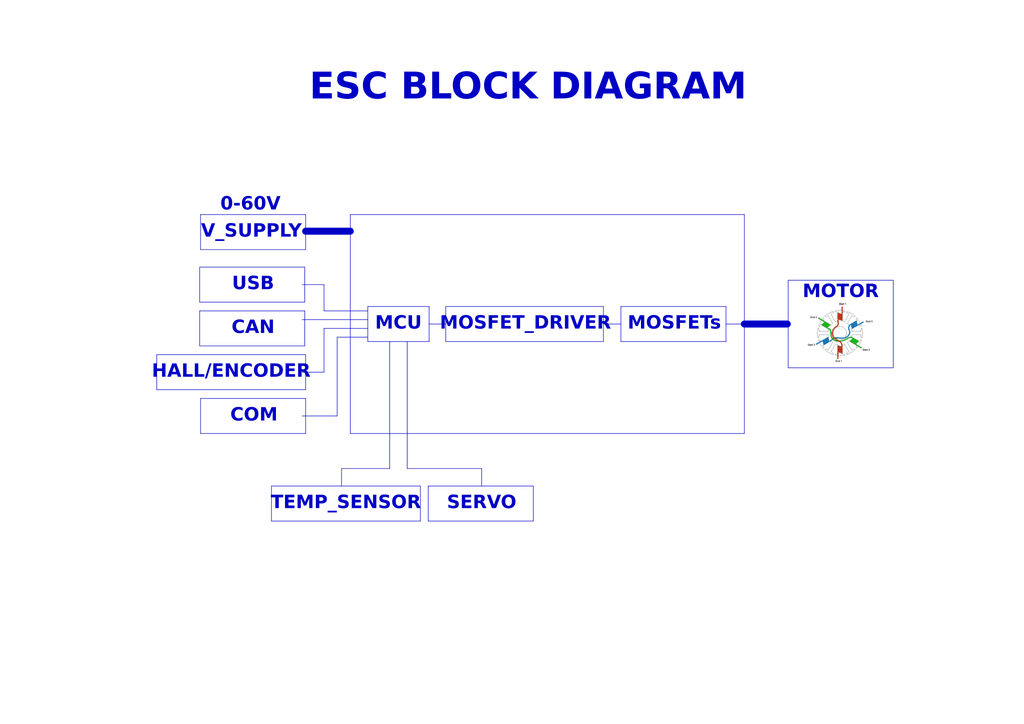
<source format=kicad_sch>
(kicad_sch
	(version 20231120)
	(generator "eeschema")
	(generator_version "8.0")
	(uuid "bcd515ae-0865-45cf-909f-5c72384b9d50")
	(paper "A4")
	(title_block
		(title "ESC Block Diagram")
		(date "2025-01-09")
		(rev "rev_1")
		(company "Alpha Amps")
		(comment 1 "Choaib ELMADI")
		(comment 2 "choaibamd@gmail.com")
		(comment 3 "choaib3elmadi@gmail.com")
		(comment 4 "+212 643 241 400")
	)
	(lib_symbols)
	(polyline
		(pts
			(xy 118.11 135.89) (xy 139.7 135.89)
		)
		(stroke
			(width 0)
			(type solid)
		)
		(uuid "01c3f2e0-41ae-4667-9bc5-ed30af814adf")
	)
	(polyline
		(pts
			(xy 124.206 140.97) (xy 124.206 151.13)
		)
		(stroke
			(width 0)
			(type solid)
		)
		(uuid "021b856c-1d60-4d10-af36-70ecb55ebefa")
	)
	(polyline
		(pts
			(xy 88.646 62.23) (xy 88.646 72.39)
		)
		(stroke
			(width 0)
			(type solid)
		)
		(uuid "08dadff1-f8c3-4465-b0d9-9ce9b6f16721")
	)
	(polyline
		(pts
			(xy 259.08 99.06) (xy 259.08 106.68)
		)
		(stroke
			(width 0)
			(type solid)
		)
		(uuid "0c23f2b2-89fa-4be2-81d0-9be73709fd44")
	)
	(polyline
		(pts
			(xy 228.6 81.28) (xy 228.6 99.06)
		)
		(stroke
			(width 0)
			(type solid)
		)
		(uuid "18929ad8-469a-4675-a7fa-d28be0322f28")
	)
	(polyline
		(pts
			(xy 101.6 62.23) (xy 215.9 62.23)
		)
		(stroke
			(width 0)
			(type default)
		)
		(uuid "1b99e1ab-f25b-4854-a8e8-86da9932c4f2")
	)
	(polyline
		(pts
			(xy 88.9 107.95) (xy 93.98 107.95)
		)
		(stroke
			(width 0)
			(type default)
		)
		(uuid "1f1ae289-3810-4fe3-ae04-5d6c35c6b7c9")
	)
	(polyline
		(pts
			(xy 106.68 88.9) (xy 106.68 99.06)
		)
		(stroke
			(width 0)
			(type solid)
		)
		(uuid "20253d31-0a03-4dff-8189-07d0b775957f")
	)
	(polyline
		(pts
			(xy 124.206 140.97) (xy 154.686 140.97)
		)
		(stroke
			(width 0)
			(type solid)
		)
		(uuid "20d3615e-4a0b-4166-8bda-c1084cc2bb5c")
	)
	(polyline
		(pts
			(xy 99.06 135.89) (xy 99.06 140.97)
		)
		(stroke
			(width 0)
			(type solid)
		)
		(uuid "228737e8-f4b0-43cc-b800-553f98916a72")
	)
	(polyline
		(pts
			(xy 180.086 88.9) (xy 210.566 88.9)
		)
		(stroke
			(width 0)
			(type solid)
		)
		(uuid "22db6ac7-5fba-4658-950d-8f744ee1777a")
	)
	(polyline
		(pts
			(xy 106.68 88.9) (xy 124.46 88.9)
		)
		(stroke
			(width 0)
			(type solid)
		)
		(uuid "25c369a4-74bc-4850-907b-1f0bd2c25f26")
	)
	(polyline
		(pts
			(xy 78.74 140.97) (xy 121.92 140.97)
		)
		(stroke
			(width 0)
			(type solid)
		)
		(uuid "27f4188b-aaaf-4fed-a376-4bf1bef851d3")
	)
	(polyline
		(pts
			(xy 210.566 88.9) (xy 210.566 99.06)
		)
		(stroke
			(width 0)
			(type solid)
		)
		(uuid "2995bd0e-dbc8-4db7-9a25-c438ac553c32")
	)
	(polyline
		(pts
			(xy 58.166 115.57) (xy 58.166 125.73)
		)
		(stroke
			(width 0)
			(type solid)
		)
		(uuid "32067553-f5b1-4f73-909c-52a50a5779f3")
	)
	(polyline
		(pts
			(xy 180.086 88.9) (xy 180.086 99.06)
		)
		(stroke
			(width 0)
			(type solid)
		)
		(uuid "38a9f3dc-e6a2-4f64-8954-70f513e9f301")
	)
	(polyline
		(pts
			(xy 154.686 140.97) (xy 154.686 151.13)
		)
		(stroke
			(width 0)
			(type solid)
		)
		(uuid "423715d6-6e06-4cd2-8c9d-091c6e70eb40")
	)
	(polyline
		(pts
			(xy 93.98 107.95) (xy 93.98 95.25)
		)
		(stroke
			(width 0)
			(type default)
		)
		(uuid "46fd1288-7387-4679-835b-392f2ef56fc9")
	)
	(polyline
		(pts
			(xy 88.646 125.73) (xy 58.166 125.73)
		)
		(stroke
			(width 0)
			(type solid)
		)
		(uuid "4927700b-3956-47af-aa13-63454c197fa1")
	)
	(polyline
		(pts
			(xy 97.79 120.65) (xy 97.79 97.79)
		)
		(stroke
			(width 0)
			(type default)
		)
		(uuid "4b6f1797-5205-4047-97a8-7540f0c66956")
	)
	(polyline
		(pts
			(xy 175.006 88.9) (xy 175.006 99.06)
		)
		(stroke
			(width 0)
			(type solid)
		)
		(uuid "4e599465-df5a-4604-ad68-8d58f7869062")
	)
	(polyline
		(pts
			(xy 88.646 115.57) (xy 88.646 125.73)
		)
		(stroke
			(width 0)
			(type solid)
		)
		(uuid "530fc396-1c7e-41d9-8459-ec732777334a")
	)
	(polyline
		(pts
			(xy 93.98 90.17) (xy 106.68 90.17)
		)
		(stroke
			(width 0)
			(type solid)
		)
		(uuid "58728d45-39cc-42a1-bd40-21dec9d4451a")
	)
	(polyline
		(pts
			(xy 210.566 93.98) (xy 215.9 93.98)
		)
		(stroke
			(width 0)
			(type solid)
		)
		(uuid "5d6d935d-bcbb-4311-845f-40e223addb44")
	)
	(polyline
		(pts
			(xy 87.63 92.71) (xy 106.68 92.71)
		)
		(stroke
			(width 0)
			(type default)
		)
		(uuid "612c5e6d-c9c3-4a53-a5f3-08e94e318ba3")
	)
	(polyline
		(pts
			(xy 228.6 99.06) (xy 228.6 106.68)
		)
		(stroke
			(width 0)
			(type solid)
		)
		(uuid "67578b1c-840d-4498-9ed8-dfbe66831552")
	)
	(polyline
		(pts
			(xy 45.466 102.87) (xy 88.646 102.87)
		)
		(stroke
			(width 0)
			(type solid)
		)
		(uuid "68c79b64-b718-41c1-8553-6d33e9658e26")
	)
	(polyline
		(pts
			(xy 88.646 113.03) (xy 45.466 113.03)
		)
		(stroke
			(width 0)
			(type solid)
		)
		(uuid "6adcaeb3-7980-437a-903b-8e63b42ec493")
	)
	(polyline
		(pts
			(xy 88.646 67.056) (xy 101.6 67.056)
		)
		(stroke
			(width 2.032)
			(type solid)
		)
		(uuid "7db22ad6-124a-4c64-9f5e-d407a65bb004")
	)
	(polyline
		(pts
			(xy 78.74 140.97) (xy 78.74 151.13)
		)
		(stroke
			(width 0)
			(type solid)
		)
		(uuid "7e5dce7a-a49e-465f-929f-ef892eb901df")
	)
	(polyline
		(pts
			(xy 88.392 77.47) (xy 88.392 87.63)
		)
		(stroke
			(width 0)
			(type solid)
		)
		(uuid "7e6f1fea-3422-402f-b252-98e867d80b64")
	)
	(polyline
		(pts
			(xy 87.63 107.95) (xy 88.9 107.95)
		)
		(stroke
			(width 0)
			(type default)
		)
		(uuid "852187d7-f938-4366-ad43-65258f586df4")
	)
	(polyline
		(pts
			(xy 88.392 100.33) (xy 57.912 100.33)
		)
		(stroke
			(width 0)
			(type solid)
		)
		(uuid "85e87022-6b3d-4245-a99e-1f37d67e672e")
	)
	(polyline
		(pts
			(xy 215.9 93.98) (xy 228.346 93.98)
		)
		(stroke
			(width 2.032)
			(type solid)
		)
		(uuid "87287285-312c-4a02-bbbf-7feb943f93bc")
	)
	(polyline
		(pts
			(xy 121.92 140.97) (xy 121.92 151.13)
		)
		(stroke
			(width 0)
			(type solid)
		)
		(uuid "8a496a1f-d86d-45f6-8ff6-6d1a8498027a")
	)
	(polyline
		(pts
			(xy 57.912 77.47) (xy 57.912 87.63)
		)
		(stroke
			(width 0)
			(type solid)
		)
		(uuid "8b8be63b-c045-4923-802d-586e4ec812be")
	)
	(polyline
		(pts
			(xy 87.63 120.65) (xy 97.79 120.65)
		)
		(stroke
			(width 0)
			(type default)
		)
		(uuid "8c39f42e-97ce-4653-bbbd-612bc634ed78")
	)
	(polyline
		(pts
			(xy 113.03 99.06) (xy 113.03 135.89)
		)
		(stroke
			(width 0)
			(type solid)
		)
		(uuid "93caa456-197c-4e18-bb46-c6905df73bda")
	)
	(polyline
		(pts
			(xy 93.98 82.55) (xy 93.98 90.17)
		)
		(stroke
			(width 0)
			(type default)
		)
		(uuid "96f1954d-cd7c-494b-8941-874d310206be")
	)
	(polyline
		(pts
			(xy 58.166 115.57) (xy 88.646 115.57)
		)
		(stroke
			(width 0)
			(type solid)
		)
		(uuid "9ec94c08-6b95-42c1-bad4-6226e6e9fef8")
	)
	(polyline
		(pts
			(xy 57.912 90.17) (xy 88.392 90.17)
		)
		(stroke
			(width 0)
			(type solid)
		)
		(uuid "9f4282ec-9da3-44be-9da1-f6495e0608d1")
	)
	(polyline
		(pts
			(xy 113.03 135.89) (xy 99.06 135.89)
		)
		(stroke
			(width 0)
			(type solid)
		)
		(uuid "a7894e8b-2d6c-4a36-9788-c379534f634a")
	)
	(polyline
		(pts
			(xy 154.686 151.13) (xy 124.206 151.13)
		)
		(stroke
			(width 0)
			(type solid)
		)
		(uuid "ace7676f-2467-4898-b867-d20017e612b1")
	)
	(polyline
		(pts
			(xy 58.166 62.23) (xy 88.646 62.23)
		)
		(stroke
			(width 0)
			(type solid)
		)
		(uuid "b0cfa319-b613-45a4-8420-66158e67097b")
	)
	(polyline
		(pts
			(xy 121.92 151.13) (xy 78.74 151.13)
		)
		(stroke
			(width 0)
			(type solid)
		)
		(uuid "b19a7508-2236-4cd9-ada8-019b1f9acd66")
	)
	(polyline
		(pts
			(xy 88.392 90.17) (xy 88.392 100.33)
		)
		(stroke
			(width 0)
			(type solid)
		)
		(uuid "b4405261-37d0-4692-8e6d-284485f3d669")
	)
	(polyline
		(pts
			(xy 57.912 90.17) (xy 57.912 100.33)
		)
		(stroke
			(width 0)
			(type solid)
		)
		(uuid "b7c0336a-b006-44de-95bc-1e8d3e55b191")
	)
	(polyline
		(pts
			(xy 129.286 88.9) (xy 129.286 99.06)
		)
		(stroke
			(width 0)
			(type solid)
		)
		(uuid "b7f8fe3d-89f4-42fd-b18a-e2363919a21d")
	)
	(polyline
		(pts
			(xy 45.466 102.87) (xy 45.466 113.03)
		)
		(stroke
			(width 0)
			(type solid)
		)
		(uuid "b8baa551-f675-4c87-ade9-52e7202b21a0")
	)
	(polyline
		(pts
			(xy 215.9 125.73) (xy 101.6 125.73)
		)
		(stroke
			(width 0)
			(type default)
		)
		(uuid "bbc1c9a4-de6c-4458-bf83-9c32405545a4")
	)
	(polyline
		(pts
			(xy 124.46 99.06) (xy 106.68 99.06)
		)
		(stroke
			(width 0)
			(type solid)
		)
		(uuid "c0bbcb04-5163-4aa7-a4fb-75b36c468584")
	)
	(polyline
		(pts
			(xy 175.006 93.98) (xy 180.086 93.98)
		)
		(stroke
			(width 0)
			(type solid)
		)
		(uuid "c2f9bb4f-0335-43b2-8b19-23168ec36d34")
	)
	(polyline
		(pts
			(xy 124.46 88.9) (xy 124.46 99.06)
		)
		(stroke
			(width 0)
			(type solid)
		)
		(uuid "c80aceca-d194-4ce5-8675-44dc956cc5ab")
	)
	(polyline
		(pts
			(xy 87.63 82.55) (xy 93.98 82.55)
		)
		(stroke
			(width 0)
			(type default)
		)
		(uuid "ca8f7f6a-895f-45bc-baf5-40fda907f220")
	)
	(polyline
		(pts
			(xy 259.08 106.68) (xy 228.6 106.68)
		)
		(stroke
			(width 0)
			(type solid)
		)
		(uuid "cc9e96c8-5403-4316-9c76-ac26fa4664e1")
	)
	(polyline
		(pts
			(xy 124.46 93.98) (xy 129.286 93.98)
		)
		(stroke
			(width 0)
			(type solid)
		)
		(uuid "cd2e1dd6-6228-45b4-898c-09dfd6d51d1b")
	)
	(polyline
		(pts
			(xy 215.9 62.23) (xy 215.9 125.73)
		)
		(stroke
			(width 0)
			(type default)
		)
		(uuid "d549d7cf-cb76-441a-ac4b-a37b4719ad62")
	)
	(polyline
		(pts
			(xy 57.912 77.47) (xy 88.392 77.47)
		)
		(stroke
			(width 0)
			(type solid)
		)
		(uuid "d700c18a-78c9-4ec9-b4bb-215b97798ac2")
	)
	(polyline
		(pts
			(xy 259.08 81.28) (xy 259.08 99.06)
		)
		(stroke
			(width 0)
			(type solid)
		)
		(uuid "da729649-0c44-4c55-b430-605389d3ea22")
	)
	(polyline
		(pts
			(xy 93.98 95.25) (xy 106.68 95.25)
		)
		(stroke
			(width 0)
			(type solid)
		)
		(uuid "dddea5a5-6ff0-4c61-95a7-70fae4a1c938")
	)
	(polyline
		(pts
			(xy 101.6 62.23) (xy 101.6 125.73)
		)
		(stroke
			(width 0)
			(type default)
		)
		(uuid "e0a582fa-533c-4eda-8f58-eacfaf02401b")
	)
	(polyline
		(pts
			(xy 139.7 135.89) (xy 139.7 140.97)
		)
		(stroke
			(width 0)
			(type solid)
		)
		(uuid "e15bbaae-e357-48c7-b79b-d94f362d2137")
	)
	(polyline
		(pts
			(xy 129.286 88.9) (xy 175.006 88.9)
		)
		(stroke
			(width 0)
			(type solid)
		)
		(uuid "e23fb38e-cd9e-407f-8989-31eb698df924")
	)
	(polyline
		(pts
			(xy 228.6 81.28) (xy 259.08 81.28)
		)
		(stroke
			(width 0)
			(type solid)
		)
		(uuid "e2d94860-ef3a-42d3-8b18-cc84d7f3e95f")
	)
	(polyline
		(pts
			(xy 88.392 87.63) (xy 57.912 87.63)
		)
		(stroke
			(width 0)
			(type solid)
		)
		(uuid "e6b1b917-a619-463f-9db5-2d97d518f392")
	)
	(polyline
		(pts
			(xy 88.646 102.87) (xy 88.646 113.03)
		)
		(stroke
			(width 0)
			(type solid)
		)
		(uuid "efa911e6-ff6a-4017-b20a-451f571fb1ce")
	)
	(polyline
		(pts
			(xy 58.166 62.23) (xy 58.166 72.39)
		)
		(stroke
			(width 0)
			(type solid)
		)
		(uuid "f0cc0844-218c-456d-9873-b29f33ddda3e")
	)
	(polyline
		(pts
			(xy 88.646 72.39) (xy 58.166 72.39)
		)
		(stroke
			(width 0)
			(type solid)
		)
		(uuid "f10edca7-9bd3-4259-b56a-f0f80dfbbdf8")
	)
	(polyline
		(pts
			(xy 97.79 97.79) (xy 106.68 97.79)
		)
		(stroke
			(width 0)
			(type default)
		)
		(uuid "f401f6b7-cee0-415c-9569-9e02e08d5076")
	)
	(polyline
		(pts
			(xy 118.11 99.06) (xy 118.11 135.89)
		)
		(stroke
			(width 0)
			(type solid)
		)
		(uuid "f41fa974-87d4-4e02-a67c-68390dfb4e63")
	)
	(polyline
		(pts
			(xy 210.566 99.06) (xy 180.086 99.06)
		)
		(stroke
			(width 0)
			(type solid)
		)
		(uuid "fe0cb51a-41d4-48ad-9a6e-77fa652e2851")
	)
	(polyline
		(pts
			(xy 175.006 99.06) (xy 129.286 99.06)
		)
		(stroke
			(width 0)
			(type solid)
		)
		(uuid "fe7adc91-397c-48b1-b25a-5b4ca4a830cd")
	)
	(image
		(at 243.84 96.52)
		(scale 0.548968)
		(uuid "57435ba1-07d6-4645-ba18-4fa88b01271b")
		(data "/9j/2wBDAAIBAQEBAQIBAQECAgICAgQDAgICAgUEBAMEBgUGBgYFBgYGBwkIBgcJBwYGCAsICQoK"
			"CgoKBggLDAsKDAkKCgr/2wBDAQICAgICAgUDAwUKBwYHCgoKCgoKCgoKCgoKCgoKCgoKCgoKCgoK"
			"CgoKCgoKCgoKCgoKCgoKCgoKCgoKCgoKCgr/wgARCAGOAeUDASIAAhEBAxEB/8QAHQABAAICAwEB"
			"AAAAAAAAAAAAAAYHBQgBAgMECf/EABwBAQACAwEBAQAAAAAAAAAAAAAFBgEDBAcCCP/aAAwDAQAC"
			"EAMQAAAB3uyAAAAAAAAAAAAAAcPPXo2I7VPNCRqhmxKOYRNwAAAAAAAAAAAAAAAAAAAAAAAAAAD5"
			"dN90Yiat1zvvhsNadv8AFyHKoLkx2RAAAAAAAAAAAAAAAAAAAAAAAAAAAAOmsOzv5uQ1n/SdxzM1"
			"gAAAAAAAAAAAAAAAAAAAAAAAAAdDu8vE+rrAvAsXmvOxPvzc3j0Ur13/AEt7Vzk7BSJm8+MvUAAA"
			"AAAAAAAAAAAAAAAAAAADiPxwzOLkGJI9aMSmBVuQsCvvn7++Z6T3NwzF4fmv+hegXBM7tfZNe8/S"
			"8ZXdkQM+ubfDHCeIFOD1AAAAAAAAAAAAAAePyGRdPM93l5n0uo7OOQfIe8F8ZKfLKK7sIhOdzNel"
			"ic9O5xWVm1fp6NDvl5+zzf8AQfzWpWc7kYH9BXHN98Sde2GINaMNmR88FkOMM3mYn0JgAAAAAAAA"
			"AAAACoK6vmFFbfHbWEJlUt3wstnvW2uMVC7tdqwsfvk/b5a9lO7fg8vLBgPjlddFixeR9zA5+u7D"
			"Oaoteo9PToh9nlx5x+gfpntcT7uhP0I5L/4h0ryQ8kj45hhjZp45ggH1zTg8+a0k5KAAAAAAAAAA"
			"AAAAOOR5wGweNerSvx2xqysU2UTPSi9ent2FfJ9NhtPbGZPrnMNmkAmZ8OHmNelhQaa62aeqmIVb"
			"G69Z9C/MOcbbU/s1bZ+eC+C0ecYmw8XljxgvE+O3Zwc8cRp84H76TujdpkuVrmwtPR6OvTD1efGX"
			"pzppbBeam/MuhqttKegAAAAAAAAHj7QU+Sw/j5wwupM7o6l+eSrY7UfHcEX+kHfVPYS7+jSSBT6v"
			"O2Rsb5/P7SucZbGJ+NmjO+/53/ojA3L069ubDSIr88yM9MVmK3MnNPJh6YCttWZaGuKjMR737z3n"
			"9J/zO3mrlnnuD+jVGAn9h9Yumz0zCSWV8etVt+rU7uozqfaVvDXu9fvAAAAAAAAAHWu5tVhIKF2Q"
			"68XBop3setvNPH/Xz+npHRSU4a0Jmfsmf8yf0z2Bzz12bVLSLTeFtku3dqeQdHBPkTk0lBewHl69"
			"cYrWgpP42eqa+4jY7Xi11H5Pu8OZKP8AWyYDtzXLLrTeOw0Grtjyk3q+0YGw8cjIAAAAAAAAAAA6"
			"HbrW+cJfxyPOr7S51adHYl+hNR1mnQbZXRS3/r72RYfL2e59NZM/QcHdMRs1ZEx64yHyj6eZOv4S"
			"MWEILNvng5YnTjlj89N69DP0FtFSqXTDemhfvFLbCX1M+TrxmV5V+xuvbqy7VTMCTAAAAAAAAAAA"
			"Aefp5kF+f0xZavNe9iwFfiwFfjD1Dcc4jYnWm/8AT63oXXQ23GvG6Eh6T9nPHM3UAyAY/IdSETev"
			"5+agWx9VOWepbATzGwGsW211fiwFfiwPGC4kyXGewBYwAAAAAAAAAAAHXt1K9sGv7DPPt2HV2HV2"
			"Hl6c9MNAMz5xvzPTc+0+r20Xokp2HTwgAAV3YNe2CQ3UW963tdO2/wCvfmp3Hq7MursOvT1HFd2L"
			"XZYgAAAAAAAAAAAHXt0ID8GQ+c+pPeSAp8ICnvQrKzoBPsNSoPcdcUqu99zNEtr5/wBKsR14lqt3"
			"dDPdxyOOPjziGyyo6Ilob5dmIRsX28GJiPSwq3aIWnnbOYCnwgOLtLzMBHu3QsUAAAAAAAAAAADr"
			"24KszU17nYHHVWv1qsahKWrK0VS4tuvzs/SPn6a7103V0v8ANeGHSOvMxj121vkpC/vRfP8AESCY"
			"efVF/J9uCrfZrsuupjLvvVrvdPzVfRoKWQHam16/Nfnrc2yOlHLxbgS789LtlZzaHn4vssFo58vV"
			"nNOTuSjuAAAAAAAAAAAAcHwVdbdR5+ZvzqtXlhrc7qCb11bKhk+nxfXLRHvu7o/ZUBYLZqOS7Mwk"
			"1rngt1628taoxO+oZEW+Y2nqZEpO57a+9M2Vjx2P19s1abTQ92ZjmxWriEfPSmPmI19y8p8RyuL+"
			"zz5OLN7FaqdrDa/0Ah1b236P61hLPhsy27gAAAAAAAAOOIbDy41dSQkKv4kXX8nhojIRl40DbGyE"
			"/XKVv2JT+tWrVzW7dPSu70XjFWRth9fNLbDzXmkXnrXFjV/x989+jr0PVB5odaotnjVu/PbeyiMH"
			"A3jbVgPnsdBk9eWBiT7PpiExxihtft+MPDwOhHF50VRPM2ycD23sVtx8Vl8auV+m3br2AAAAAAAA"
			"AKvpfbbg/PD6/wBBBrn5bIiH+8q5fPTvyZiGTzNfs4yO2Dn93PkfXs073HPxMxKVRWcHaBSyKEsr"
			"u06p17Yren5mZeu3zdDWbJYr527p4ad+No858PtrywSv535Q0nwPPASJ8/Og1i3RVlVpNj2rond/"
			"X3bAvl+qwWkM5AAAAAAAAAAAAAeHvwVjJJD2Pfmu82Siu5RjiU+iNmAsHASI61Fb1XaenQvjv83m"
			"/wCgvvmkAnshCfoW5X7w+H5jKV6WJCZtwY/J17PD1V9kjASCUdyO68bWcRsTqRtv89U9HTcDXCbd"
			"XbbKs+pZvOtmyB3AAAAAAAAAAAA+H7hXMkz8BOliR+QHnX325wzXbjk61badZ6ujQfr38fNv0F8d"
			"oV3YcrXf0HF58XYXNeZEpjWVlkewM7gZlePuz5yABS109DSTIbl9TWScXKNT9ru3J2AAAAAAAAAA"
			"AAA6dxGsJYHQxca+vGmdklT2wc07kqx5e+qbehu4kZYdIPi3lrrZptDmu8jM1WTQSZVaWbhfkmJD"
			"Z56cnHIAAAAAAAAAAAAAAAAAAAAAAMbkhWVWbP0TySVTbI0TtpyScA95ylq1X30TkefoAAAAAAAA"
			"AAAAAAAAAAAAAAAAAAHFE3rDefr1+2zraytHby4574cAAAAAAAAAAAAAAAAAAAAAAAAAAADV7ISH"
			"4jLxnIdjKWjGZWZAAAAAAAAAAAAAAAAAAAAAAAAAAAAAAAAAAAAAAAAAAAAAAH//xAA1EAABBAIB"
			"AgIJAwMEAwAAAAAFAQMEBgIHABESEEATFBUWICExMlAIFzYiJjAYJDU3IzNw/9oACAEBAAEFAocX"
			"GLh5zqnO5PDqn5lz6PbitLg8BtOt2K4RbbVZzZXcNOGWy2WoNUA+urUt3pn5aVm42w4YrEWmSJgL"
			"M/m3hBmxK1Txhyayy8z+n7/pz8sqdeSKDSJhiXVa1OKx9Za7iNzadVScRcEyQWLGhIH5hV6cG7/n"
			"z0/N5/Svf8h+Y7kXiqicRUXmf0r3/IIqflMsu3iOIvJEtiIx76zJievbJmL6HZsrnsTYnFDbE4ES"
			"SjuFlt8XIVdhhEn38RxF/Hr9DNwBg3vaN0NcFMFAV2REVBuVjqDPvrPicE3eCVKovXmf0DO+ryEu"
			"pCUlWHz3pZObGFwQEO/tBkvTY7OLKamMfizNghBE9XuNgzFAxAKPPsy+sigEjGWn07E5sy0TabVY"
			"W3rQ2dDb4p0vARYwh9imRXjBtMMeIiJwjDjEYkTA5SY8AkOMRJFQwivM2uaLcbVVT8PkvHrASNPh"
			"q1CDuc2HHJv1evsiGBHjtuafH0f2Znz01mhcQyNbf1XajYmz+Py4THYuXjkhlp9nAKWqqBTUI3E6"
			"+addbYwxJj3Mu5OOPYN4o5jkjUph9eJ8EySzDjeiKXFZRIBVx8e4zHj3cnM8e5Aye6xzH6eG34Vg"
			"IUXIUAdczYMs5+0JLOOnsiky2eJwlFCjKiHmw4X05YjrAIbBuML05qvrMkhT+Ux/zO+f+n6XXKU6"
			"dh7a2Z6psK7X2z1aAG9va4rFOrI3a78hqKz6ROYr3JzvTkuLFJRnK9ah2IqoChcs+FwND6oZdNDe"
			"WkK4ZH140ycDIvXw3PAkTdeszQL64jnWkR8qyupoE+43DwXJMeTVWw3TmX0g4pbLDOGxCUVKyYA4"
			"jKmjZL0icTNMvMXWrsXSqi9f3iBOTU8BKlYdIRDT06sOv06jazPUpzbC2RyoVe1GqllUNnBLJzJ5"
			"McXfbVwWs2GNYYfiXzxq53HPv4qdeScFq1px+nN2RhT9BzOYN8bHCJy5xjzHNawXTlz8LQa9iDa0"
			"F9ihPolsLyWYwUXFCDfEg/NuBOsnMy0bzqoi8t2vq/auWqinavhDt5+OPx2VX5NbrIXCvifEmLhF"
			"h9VISMc+GxcQ2NqBeeQg82KJBGKi3Sjs1w2AbgO4jpOGOt2Rbtp5kvTg/P3psmP0feajs1ljMwRR"
			"ET4Jzi1q0nxs1l0QViGoPw9fM2gzmGhE9KD1hE48gGe1tsQyQNxpDMlvwX6WmM/Afhy2J0fpy2ek"
			"Azu/Ht3lZwBSsaOiN47XXDDJD2o6EcfpVIAU+WFswGwJay8iK2FEwwYvls7z8vDDDDHw68IWoCOl"
			"idtQ7o7RbH7zV15cqrZcfpzNzBvHHLHJM+vIFydJm5e1RNJdlboqbYDUlxm3NNiWfYdPPYL1TyWa"
			"9OA8feU1yxVwJaBhFmDWylHuLtZmVbagKcDTPFfBzFM8K5/bJTjzOL+DOuAiNbQAtrq/X5BmDfm/"
			"t4qcL1IAccEU+ILIY9ehcjFEwqgLnMROdenLJYRlZD3LcZSbPzJPn5tfnx2R7SovDAuEZgU4xJnj"
			"7ntCv1F207Bsp6ZUj62GBmirwRWNi1coCrNqd2ZV9ZbEpATVdWtFdxuIDbp+MNhoOgeSvbz7gyFH"
			"YgRGpkV9m77LlGXG5LRFJUxxlyTFiBBdf28dhGq5bwNqjdyc2Jn/ALCBlJzh+BuCpMRr6Tilmb+3"
			"4bk5myWbdwcbV3FOWzc9bASbJc7cZiTW8YdiZ7o9hFZZNGNPlUI6/stwrtTjW3YRaxmKnRLDacaf"
			"qqv1J/HHp5lV6cG5ZHLxaH3y8zYLrYg+67mczdk55vuKyHZxxYCtRYTvphhUmIYpNuOLTQQFyJmi"
			"dPDrzcN5lVoXpwK/NvmH0+FcEyWa+1rpq6bVMWF1rMuSwiJjNrBt1ZdXMux2uT09VsYG6WSqgYUQ"
			"raC9J1AGKiKNNfm1nzRJ6UxAAG5dVAVYM9Ai2Kj1W18tmqLfWQ7b8OGPfdjCGIkN3F2JLdRKDrfG"
			"2thqkFAvJ43LZdepSliZi32Wi18RrUC/smiw3Y11qk3FM1X4d7H5DpLTFNjF3t4iPUrOJ/25qvML"
			"7JG45E64FETdl4671NgCzgCxoqI/6Wlm65IMOW7zXy52Yr4qicuethtmjHKAertkw9LLd1nQWD2G"
			"DbbaeGS9ObB3MQSYMEGDuVI1lNEQYFHqkTKNEjQ2ZVdAznPchkakWyEIEvHwXlpKzDBWuBINeD70"
			"FtSaWTVuBYoMOb71V/Qr0wSNGQRbPRPBcUXnRPNZ/aR9ulbfWjkyfK+DPFV5O1UFYIwTdnHmBG6i"
			"MfgQtCOjVVE5uTYTojGn1eMYdrtUih8vhmw4pCKy5IqE5v6ZfQuxmHnw5DMyNeI0k5PBaKshMpUq"
			"UGpkRPl8HVOEJFquECpkELVvzDvT0dSy9aNgl9Xv6fP4tlBBBrG/67fpcLVNicB2y7WqJT6zDilr"
			"lZtehIuMf4yUGKThU4hLwZ+vNyAYoO56NKtSqTsXHKOIayTLH4XPrrLD0lC1t1wrvmHPs178x5ac"
			"6AvybChIn7hwufuHC5+4cLn7hwufuHC5Cffs9wOC1MBQE6TWzm/DEfOFrwbNyiQYseDD+PJOvDiI"
			"FtuP27mD+0aRpgzgMvB0WybDAb/ngG/cOFz9w4XP3Dhc/cOFz9w4XDN7V8XT42EOpUL7/MZfTVf8"
			"Cyxxy4mGCc7MedmPOzHnZjzsx56LHryyNZvP7POxbJdNVQ09lp8k/wAGyl9XA4fbsB5lila1Rcb3"
			"0687MOdmPOzHnZjzsx52Y8VrBfCrp/eHmF5qr+Af4M/ljYR06GfOIz6/qh30YjH6f4Nmp6esYfbv"
			"U5jGrel43rmwv8NW/mXmMvt158hpZDBi8+5xjnucZ57nGee5xnnucZ57nGOQkMgLll9u0Y7kfYh2"
			"I45QNfF8IVYbyxXD/BYk9sWidOiC4VztD9tsGqKZnVgNhK4gQcGsWGbD9zjPPc4zz3OM89zjPPc4"
			"zwzV7HDFVaVlOrFB/wDZ5jP7aiiRSgRFk39Pp8C5Ypy7YrDf69ebvF+gkwW5BjXutjEIRdqXnkMw"
			"68Veidyc78fFV5KlMRY2NuDVnC6XktcZestZS4c7vx5sObGmQmcsERF6/DkvTmsP6Nfa3TJyv+Yy"
			"+0q4bE3WqgTI4j4qvFc5eN314VCqVwNd4FskyH2zXpdgqVKsMUOZu9QzqBuZuWykn/31u6LN3bsK"
			"Q01t3ZbD0PfNiZSD+oCNz/UJWePfqAkLncdjWO5sBwJ+xvia/UdXuWDYlrN87GrLmouEOWi7DLiy"
			"lYvFZtzCZovwZ4d6OR7dSB9Qgeyqv5j687E4iInjkvRLlskVWg1u2GSuR2OmRsXXDD0UXHeakN5/"
			"PG/BhlYtpIfNxdtVQN1XAJDhjnYmvqfjDFa00lYYMrQVaczn6Dza5KoU5zgvQ9gdRvVeuqdHPbYK"
			"Tlhw5pMjT9VBQ2Ho8eFZY2APOOV6WWEzz7pGqbr9mDYstqax49qLzp5okk3KAChWaz1+smny0Cdb"
			"q2NJ2jelyyDz2Go8mR0i2GHn6rYxDaYO6nMpO17etyekSsUkvsGXZ9aG6q1WridrkOye7E7ldt0k"
			"bMCbKpdjxfr9AjsPFf0/wsp+7BEdCu0bwWSDHfsZStaa71EAAQKP8uSdgVKPEttrm2yc3g4fyyc9"
			"cUq+5nglmkBz1J2jLPkYBOGUhSnyVqL1vOz+8/mnPtSxCaAYtexihowKr5m1pbQE0XYYeLhenn31"
			"kV4unoychxuDYQFal3Gr1nVFpsXKjJgJB5Y9XVSwypumroPaI6sus3HOmX2HxqEzHk1YDa7qzC0j"
			"YXsR+mabGyhQ4sBjny5IfeuD22xxJiytYOWDNxxw/k/k96NPVQMZprEbhGjOyMtcFpommdgyhVOm"
			"i5goB5LqnOqc6+PXwlS4sRi17ww7pc0sUm03TEfNBwuCKib3HIwZE4Zwi4mPgsT/AMhWlVLS5swZ"
			"p1GC0mPl8k2BiseEx3o14549ebD1kOtUGGStFKMVqwQLKE8bc5NcLRozENnNOqXTTAgkPMALKKEz"
			"pTQnjTUYKxHjOOu631w4mWIkfhPtHabJ4p0TyV7t0ej1sVsC3xSlU2ZVbNUXrTW2YtQ2PW7oQu+0"
			"LDV5jU/1oUdttmtOdQ0+bPuA6kCrY4B/b5fpzdcFiTryfg4weq9EuFsnUrVNZqsJE6JzPp0B9tqM"
			"Yp056ROrexKkr/enRMkXip15v+sNeq6CJuN2MvZgAFA1sDnXccky4ZDxTcCnl5ZCBxU68NAhtgHX"
			"DTWYwkkJ9opqHOoFzuCYopSfCFwqcKmNwk+nktqy5USsVaSHJ2yNgEb1zrquskZ2ooVdCXvbRynk"
			"JFDwsOFMgUyvjT+OPb4WsNJKMBTUU4NlDBj18p2m8a1aMWkx4idPBeW4hJfQdDijofLhLlSHWh0J"
			"mEdqtOrA2pbLBrZG5Tb2G5YuMzXGt28Hr6IqtfBctsGRFdgy48+LyyqtdKYOd/iuPVZtXAz5Fhpc"
			"gQzSdklaew0ZG7EN4fb5PonOxOdqc7U52JztTnanwLhivCGHukVtA18wKClYZwb4z5sYdCqsF+W+"
			"mKJwjOYGQ6pEkv8AhuOCLnUfIjg5wLYZIx1rbt7xGaOYH5W3jvRUrfpK+aT5pMhRZ0WrS5ECd8Bu"
			"K1bLLd9aMiH8FKV81W90NY4tPI7h515pp5pJBSm51Sv512D42HFbOXxTp4GMveewony5uzILjQsi"
			"BVjnrIGVn7Pfa5rRuA5bvC5iZZQUDKxzQxfpbIEvtFkIpaD4kpedFLVsLIh8slXC2mFZ9XWCv46Y"
			"ynP23z2cfB3KQ42yytnNEVC2oUYdOFo4QdUg0oSP5aDiAQ9bC+xYHht4mHHUfLKxMZyzY/BuNDEy"
			"sNc5jhNt8MkVef1Vm2dU4qdUE9tTP5vNNYOW+QYyC2TAhJfZwfbxRU8UaxR3Zl4N1aXYto3rW9Ym"
			"bs1YLj2DbOvq3nqrY47Z1RO7B23WoePmSECIUhqRIUnhQQFskJimEcDPHOnaN/uuw4p0Tw3EUdFU"
			"PKAUxXIgZh8wzq8+RqkoPqdw8TgeObH04vJLCOWYF7fHY0rCdmcsUcU6GATGnvh2TnZI04rSbWYp"
			"GwY12tBzVdYNRDGjMCsLXXvafO27D6eZyxReOhytZyDWEcZa5sItPD1kGwIgi0Xr47Zk2OHSPZeD"
			"mXdZoaPGRq4aoISB928Vy6cMTMRN256VE47ZJ9jUMBjCG/iXHrxMeejx52JxMenOzHnTp5tcUXhq"
			"rjjeaFrDWkFFxpyLKqbw6SJOOzOJ9ObuNFA1M1eFB2q6Ev0/R8lMao2CGz1RAtblj8JstmBGwlm7"
			"qwIBDQMadc4TcnCpzzWfosERPl+KVE6EKgJmyl9/g+UQitgvyfJIcy5WlN1BCkGq6FGsPXxP6kfb"
			"XPAVr+YFH5CNgYLVixJ54wPaLj6hZ7KVqyVUqX5AGDxUXp+QIQsCUKHTbKIi7qbuDFV0uTIjLN72"
			"WbiWG3y1WbsZUUNf5fBNRdgE8E6J+V/UF/C/0+fyr83+oL+F/p7/AJX+a6onLrUIN2G07Wwill/z"
			"W2LKxA2QGvlUpVUhboAZQhuySti2juw7dAVGDOOvCPy9zrN8XYJat7Mt4q36rL2osIq2ziV92LX5"
			"9qoouM5DHf8Axf8A/8QARREAAQMCAgUHBwgIBwAAAAAAAQIDBAURAAYSITFBURMgIjJAYXEUI0JS"
			"gZGxBxAVMGJywdEzQ2CCkqHC8CQ0NTZzoqP/2gAIAQMBAT8B/Y3LlNiVBuSXhfQRcePb8nfoZv8A"
			"xntrTanXAhO06sS8uVqEnScZNuI1/DGU1oYam8obebO3tsO3lSL22jbsxHZSG7s3H3FXH8J1YzMz"
			"GNMcUsIKrbSNFXZqnW41JdQHwdFXpbh44YkMSWw40oKB4c6F/m0eI78IixHUjR0dLu82cZjEpqlO"
			"p01gW2KTpf8AYdmdZafbKHBcHEjLcymuGRR3NH7B6pxSsyCQ+IcxstvcNx8DzYLZdmNoCrXI18Ne"
			"KhmesUGoLhStF4J4jXbE/OUCoUxbIQtCjwPR5pIG3EeUxLRptG42dizFmBlxwsRLXT1l+r3DvxSM"
			"0yYpS0sXSdSQdtt61HEKqQagjSYXf52Vlp5KuBxn2y6whz1kJPNnViNE6CTdZvYd43HFRrcycnSv"
			"YEBYHek2I+JxlaSPKH2BsNlj94XxUqxBpbd3la9w3nEd6v1d9LiRyLIN9fWV9fU4z0yEplpegTvx"
			"Ook6AoIUjVc6I3ffXhXJ7rqB2ne4eA+yMUmNOXJDcY+dOoqHVbTwHfhpBbaCSb2+bLFCM6WH5Qsw"
			"nWSdmrdjMdTTVqqt5HVGoeA5lRmzJ1S+joitG2tavwGKohyDUX0n0SlwfA/HCkobJG5Cz/C4MZfp"
			"dSS4h3q2CkH2HUf74YgZdiRHOWeJcc9ZXYX2GZDZbcFwcT8oMrUXIitEnV91P2cUisZdpw8iQdAj"
			"1ha58cAgi4xQ6RDYgqqtSHmx1U+scVjMcyr2b6jY2JGzm5aCTKlqX19M+7Fdo702oNONjUQUq8CM"
			"U/LkWMkKe6StEA8OjgC3ZKnRoFVZKXkAnjv9+Pk6jyaqlFPXrUlZQfAH8sZynB2peRtam2eiB8ed"
			"b6OzPf0Xh/Mdo+RY8nneY05t0lEe2/4YqalKqLxV6x+POqzgkZkiR07U3Ue0ZYl/Qnyjlw7HNE+7"
			"UcZwg+Q11y3VX0h7ebVa1FpaLHWs7EjbihU19Lq58z9Kvd6o4YuOyOutsoK1mwGKlmdpgkMi4BTc"
			"9yt4xlic9JjONPG6m1EXxmhh6I81VmOs1t704o9cpfyj0EM8tyMhvUhR2HFVyznukPaEh5IB2G17"
			"4MLNLKRychK/FOFO5yb1aDascjm2WjRecS2OI24MumUyVoQUmRJOq512OEZbqk8ac+UoE+inUBiZ"
			"GRlRxMhMlZB/Vk3KsUvNEGb5t0hDg2jcO6/HsKlJSm5w5mNp2WI0NBcN9ZGwe3FUmy3JJbfPUXo/"
			"urGr3YRdxkIVtKVIPijpJ/AYyvLU3OWbX5RAV7U6jiPT6jWZHlFQ6KAeij88SssOx5BlUp3kl8PR"
			"OKHn7NlPQINYhh9jeQbkeGJVFg1qCZdAN1WvySuirD8vOqnFNCKlsjV0jgZbqtRVepSiR6qdQxCp"
			"0KntBuOgJGKnLchQVvNoKlDYMSX5b8lT0hXnN53NjgPtYaZVHWlVultSn+pWKZmeZAtpqK067/aU"
			"dye4YjrU6ylahYkbPrqpURTY/KaBUTqAHHCabWK6dOerk2vUG324iQYsBvQYSAMZlgqNSUE/rUav"
			"vJ14pmXpcpfLOdEXSseNuliHTYkBsJaTsv8Az5kaS/EeDrSrEYrHJZgoX0qEgOoNl238DzKjl6BU"
			"CFlNiNfdfiRvxVqFLp6yHLlJ2q3rPqjgP74YyxlzkyJksdL0U7kj8/ryAfndjMPOJWsXKdnNjoS4"
			"+lCthOHckMPD/BSgTwV0ThunVCh0CXGmNmyrWI1i/NIChrxJolXpTypFLcuCblCtnsxTM0xZbnk8"
			"ock6Nx/A9mhX8rRbiNmCptbfn/8A0T/UMV9hDdGcUyFAW9Bd0+47ufU6LT6u3oyE+3eMQIYgREsB"
			"RVbedvZYYBlIB4jDXKNtdVSRxSeUT7tuMxMsrpjirIVq70K92/ttKQlypMpULgqGK7Pm0evPIhuF"
			"CQdgOrEnONVmwzHkBK77yNfbaP8A6qx94fHGcP8Acb/j26nvojTm3V7EkHFfnM1KrOyWuqrj+x//"
			"xABCEQABAwMABQgEDAQHAAAAAAABAgMEAAUREiExQVEGEyAiMkBhcRQzUoEQFSQwQmJykaGxwdEH"
			"Q2CiIyU0NYKSwv/aAAgBAgEBPwH+jbrKejLZCD2lYPf776yP9sd9UoISVGmbpAkHCVj8qvKFOOR9"
			"DX1u+veqVTrvWws5+0MH7xVpW96UnGkB4HST3afdY9ucSHgcHfuFMvNPoC21ZB6T3qVeVLeebPWy"
			"E+OFirXzC5iVBKSeIOPw7s4028goWMg0/Y5MJznrYvR4pPZq33zn3hGkoKHfwPl0XyEsqVjOrZUW"
			"0wbjGTIZygngajWSTGlBZUlQHhr6IBOypEZ6KvQdTg7e5Xu8tLUWY+0bV+z5eNW3lA9H0W1awezx"
			"xvUqos+JNTpNKz8Lg0kEVycymCU8FHowrTIldZQwkYz5GoFmiQjjGT2SfA7K5TxzzTL3DKT7qt9q"
			"m3JeGk6uO4U+zY7UyWz/AIrp4bB8/Pjuyoqmm1aJO+pdqlw1BKk6t3D7SqOhjVrB371ngPCrczLW"
			"/oMesO0jYgcB402koQEk5+C73D0dgoaOXDqAq1RFQ4aUK27T5noQIkWFb/T5Q0s6kjjVscTNgNK4"
			"hSD+YpJUrHFSf7k1frlbi0prta0qx+dTeUEqU3zLQ5tvgO4utNvNlCxkGpnJptStOOdEn8B9Wrbc"
			"7LCHoqToEe0MZrUddT5r7kgQ4p652ngKhWxiF1u0s7z0eUOqLFSjsaP41Y7szDguNuHWCFCp/KCT"
			"JVhrqpySOOujr7pPtkO4NFLqNfGrPNVGs7nPHW0SP2qxx9GLz6+0vWT0h8v5OY+kyfwPdzSucQ1O"
			"bOrrg+4mogAjIA4DpWtBY5PyX1fSwB3h5n/OpDB/moyPdVkkekW5Gdo1H3dG2WiTcV5GpA2k7BV7"
			"uLBaTBi+qRv4njQ7o22t1YSgZNW/k247hTxxkHA8RuNcpITUWShbQwlYBq/R32nW7gwMlvb9mocl"
			"qC6mdFHOsL1qSNqTUO9cjprek0yrPnXpnJp49dgp8QaS1yTcPbWKVJ5KQTptpUs+Oyr9/EKRK+Rw"
			"U53aKdnvNJsdwmDTmSFZO5OoCpLCOTzgfS+oj2Dr0qgX+LK6jhCVjb+1A57glKlHApvk+63FL8tY"
			"bG4HaatcOIiMHGR20g/8k0rCHSocQr3K1GuU0RLsNG7QVj3GpUy3WuOY0IBajtUf0qTYXG3zIgOc"
			"2o7R9E05HvAf01M4X7SDt8xSL1Ohs/Km/I7B76TP5SS05ZZSkHYSa+IrjNOZ0g49lOoVFhRoTYQy"
			"nFT5DkWIpxCdIjYKkPSXn1OvK6+87kDgPGm2yyoKxr+in/0qoF/kw+0dNO/6yuCfAUyoraCiME7v"
			"nrbb1XF/QCgnG0mlXC02UFEJPOOe2dnuqVMlTXNN5WTXJuYn4uBP8tWvyVVyv8WMjmm+scKT+1S7"
			"hLmrKnVbeg6yh5BSsZBqDp224ehk5QrWnw8OhNssOYQojWNfv8auNokwlELyU71b1HgOAqw2LQIl"
			"Se1uG5I+fyRs+FuQ8yhSEKwFbei4opbJFJvziPXtHHEa6VJi3C4sOsr1jaNh6JSDtp61XK3ul+3r"
			"yDrKD+lQOUEeQvmXxzbnA/v3Z/1KvKglYXlsf9D+hq2uFc5IWRn6ycK6c+1wrkjReT799Q4wiRwy"
			"CTjj3V71RpZQpe1JPAjRP3iratxMpI6w/uH399mKKYiyOBq3x2J9tbU+kKNM2SHHfDreRjdnV32d"
			"/o3PI1Y/9ra8u/SW1Ox1IG0irbHciwkNL2j+j//EAGQQAAEDAgMEBAgHCAwICgsAAAECAwQFEQAS"
			"IQYTMUEiMlFhEBQjQlJicYEVIDNAcpGhByRDUIKVsdEWJTA0NjdTkqTB0/BEVHN1g6KytAhFY3ST"
			"lLPC4eMXNUZVZXCEw9LU8f/aAAgBAQAGPwLdovbMTqonib8/nvHHHw6/jj34mbX0b7nnjWz0F51D"
			"kz4QCX3ENqyuOIatqBY8SDpiRsnEmRwtqDHkMFUlOZ/eJUshKOPRSAT9LElyFtLT3hCSVTC1MQrc"
			"AcSux6PvxR9mW63Ae+E1PB2QioN5Y+VAUnNrxWSAMLrVbkFDSVBKEpTmW64eqhAHFR7MQNq1QhHM"
			"5jebkLzZdSOPPh+N1rZbzqCTlRe2Y9mJ33TdiduH9nJyQ69N2fXLS6z42DqyplXAqVpdNr3vja7a"
			"TaWgtolr2OhSVRmSG5AUpl3ehC+sDbokjlxw+2yvZxku/c+qR8T2dSfJo3Iyb1f4RXHj2HH3Li7R"
			"Ke02/SpCpCnWEeVc8VaUkqJ4nMdL88HespVkupGZN8qrcR342f8A+YD/AGlfjgbQStkqc5OCswmL"
			"hoLl+3NbCK7NoMR6a20W25bkdJcSgggpzdlifrxuYuw9KbTZwWbgoGi05VjhzTocRafUdnYb7EEp"
			"MNp2OkpYsLDL2WGCDwPLDdLpEFqNGZTlaYZRlSgdw/HUKMdnGkvSZrLC3N+cozPpbJta/Ann+PaV"
			"/nmN/vaPx7Sv88xv97Ri342VKkuBtttBU4tZsEgcScftLsXVpKFjyEhxpDDa+87xQWkfke44+96B"
			"TIeXj41OW7m9mRIt78bl6XRYyT+HZaddUn8lVgfrx/DmF+Yv/Ox/DmH+Yv8AzsU0Ry2p74UjZC5c"
			"JKvGk8ba2vjPUvufvFHLxCoNPLv7FZNO+/uwKE9DnQ55ZLpiS4ak2QDa+cXbPEcFHj26Y4fjERJs"
			"u8hQuiKyguOq7LJTrrwF8ZYNHapTJNvGJ7u8e9qWkdH+cvQ8UnmmnVDaGXNbnU1S2vGMuXetrGay"
			"UABHRWn2+3GbCqBE2TfqENhw/B7saUwjdsea0Qtaep1R6oTxN8Xquw1YZv1Ny0iTf/oVKy+/CKL8"
			"FVKM+4yt1sTYC2gpKSkKsT9JPhpz5aWvJVY6sjSMylffSdAOZx+1ew1Yet1980iNbs+WUM3uxL2m"
			"rsMsS5asjcZTgWY7CNEpuk2JJus29IDXKDh2oy1ENR2lOuqAvZKRc/oxFq3w0zLffjock0+ckJbC"
			"yLnI62m6dTzCxbQW443O1VHkUs3ypec8owr/AEiL259bKbC5thEmM6hxtxIU242q6VA8wef4sSmQ"
			"5meeJEWI3YuyFeigc/0DiSBri8+X8ExD/g8RQVIWPWc4I/JudetzwpimQkM51XcUNVOq9JajqpR7"
			"SSThVI2dgmdMTorImzDH+Uc4D6IuvUac8IrVfm+NTkpVkKRlbjhdsyWxxt0R1rnTlw8Ltap0EOuh"
			"aW86x0GcxtvF+qMQq5V4EOb4rHfaG4BYUsOls384abse25wE1nxmmuaAh9grRfn027iw7VZceMUO"
			"sRZqL6rivpWO/himQKY1v3RVGnFNoOqUIkBSyewAA/3Ixe3gdp8xvO082pDqD5ySLEYbg5ZNWpjK"
			"AlD3yktgD0x+GSBzT0+5XHAmU+Sl5pelx9oI5HuOFTtlKiqlvOLzOIaQFMOk8Sprhf1k5T2k2thM"
			"XbOCiHmIS3UG3bxVq5JudUKPYoW4dK5tjX8UaYXT9lGQQhZQ/U3wd03rY7v+VWDfTqi2p5FyZnXI"
			"mPj75mvm7jv9QHqiw8DrtKmyWVMOtvPJhqCXHmUKBcbSeRUi4B01tqMMCgtMohrbC2NwmySlWt/f"
			"x+JLk7PpFx++nLAltj8IsA6EhON/T6k4grBVe+ZKirzj6XdyxkciMTUjg405u1fUefsxvpjb0J4i"
			"2d0KbUR2Z08e217YhU/Z58VJlxTcd+LlDq0s3ABDg1QEDXXTo2+LHj7PPKhyN34zV3Y9rKauUtha"
			"eClKUFWUR1UOa3y+BTDzYUhQspBGih2YC9lfviGOtSn3eoOZaWb6+oo5e9OPGYiljIrI808jItpX"
			"oqSeB/X87LrzgSkcVKOgwEImskngA6NcccFa1gADUnGZJvfBDLyFZetlVe3xlSZT6W20C7i1qsEj"
			"FpCX4VJ80JeU1Il9l7WU0nna+Y6Xy6pwgS5DENhCQhlsC3cEpSOPZYYiwJOzUmLDnZ0xZctYQpa0"
			"jMBu+KcybkXsroqukW8FsL2bfIEaatx+lq5I4Fxn6yVpA83N6Fz4ZUTZ9JUpeXxlDZstTF/KBPfb"
			"lzF8LcYPirgORamHN1k16tuHux5Ce26NehKasr60/qwET6Q7qoDOwN6n9Y+rDLn3OwptLUhHwqlK"
			"d0yWs2u8SbZjbNltcg91/iSKvNXZqMypxw9wGFVKsJtUJ6w9N9VVrBAtp0UgJ77X5+AzFNKdWpaW"
			"2GEHpOuKNkpHv/rwim7QMKpkxeiGZR6Dp57tzqr+xVuKRfAq9IkmLUG02Q8Ccrg9B1F+mnj3puct"
			"sGm1aJ4lPRqqMXc4UOSkKsM492ltR862g0/4tX/ViAUf8HaXS3ErS4ipvxmQhlaRmCui4TxGmnHD"
			"O08ugUb4H/ZCaY4lDjokL++N0HB5o14g8e7G2PwFQ6YaFTWZtPkKfeWJTq0Is44nzQEk8DxtiNRP"
			"hCREEmkNNmRDUA4gFtPVNtDiF/6MYAjRaRHea2jksLO7kKUizbKjfpug9Mnlz44VIkOJQ2hJUta1"
			"WCR2nGmLjwcMLhy2EuNLFnELFwRhNL2brcduApVvvplTj0RFtd2b2VyyhfV9YWTj4TIXKmEdKdLV"
			"nd9x80dybDBiqdLa0qS5HeRxacSbpV9Y4cxcHQ4Dk5oNTWVbucwPwbo46dh4j1SPABDdDcyOvfQX"
			"lcEOjq37U8iOwnDFTS2WysEOsq4tOJOVbZ70qBSfZi/gnKZqIYSwnfPJUdH0J1LR+lw+oYbUlXiy"
			"0Z9yHU7rJcdLKD0Rp2Y+8Z6wi6bJUrgkchyur0lBRvrhReiBxNipO6uonXRHDjbiohKcR3oEhNPX"
			"T3GnluPu+VUjQqbbTxOnQXyF+Z8OuGqeNYtIs+/2KkKHk0/kpuv3oPonwqqStYFLcywSOq+/Yhbn"
			"rJSDkHrZzyScKg1CK28yvrtOozJVrfUHGbZOqBTQH/q2pKUtr8hzVbfL0k+rrfCNoa++1OqaApLU"
			"ncZEx0nilpJJyXtqbknttp4NPnE7ZaTKWyicwWlOtgEpHvxGfkfdgqkhhh1ClxlwIwS6kHqEhF7H"
			"hhOyfwu/kTWvhHfZE3zeMb7L7L6YqrcLa+qQIFazuVCmxijdOPKFt5qLjkSOdsK2Tg1l+IowRGRN"
			"ZA3iBlCcw77Yhxm/ujTpNOhoKU01cCOhtQseJSnNxN+88cP0/ZqiKmLlgsyctju2CDvFWKhmOXQA"
			"X1PDG7oMle4YUW3KZKzbtB7LdZpXst3jCYEgeJTv8Ukui7ne2fPH1Hu4YucOT6NVlQ4sdwfBq09W"
			"YoWJcV2tHpIA56r16GFuIb3UiO4WZkUquphweafsI7QQefxEbTpAEOZkj1IcMi81mnvtKFHsyehY"
			"8MccCo5vvGrLbZeHJqTwQs8rL0R25snG/hkLqkwtKZWl2GB+EkD5NFudzp9vLFqnTZLNkjMtTWds"
			"HszC+N/TXt2SdVQ3st7doH6sXi1BqQkHqSm7H+cnEBFZnNUp6NKQuO5crVIINyhtXBFwLdI3IJFj"
			"4S+y1vZDqg1DYP4V5WiU9wvxPIXwzAcd3juq5L38q6olTi/eok+BFEpKwKhUczURXJro3U6rnlT+"
			"kpGl74ZpMFGVphsIRc66cz38z3/EkUag1pyLGpzmSbLjHp+NDKtLXekAgr7bhN+tbc1BoMVCOAmf"
			"GHBC+1PpIPFKuY77j59qMeNSWCzLS3lbmsGziewH0k+qdMFVajNyYQV+/oyTlTx1WnUt/S1A9LDN"
			"FdlGfSi6hb0dx3yq2hru0OE2yGw6KuIuLjEqqUJ5t2RGZ6FOcOR3emyUN25XWUov1bnjhqmB8urS"
			"Mz76hYuuE3Wvuuq5ty4fEeps5nO0+2UOJvbQ/ow/s5VV3lwVZUrULeMMfg3fq6KvXSrS1vA/SpwX"
			"un28qt2bKHeDyPMHDsOrKT47BfMeZkTYFWhSv2KQUq/K5cPBLY2hlojMIRvEy1/4OsdVz2g8ufDn"
			"iONnZcCsIlofVHchvFo5WigKzJcHRV009HCv2SbPvQ1jRTkqMpqxI/lB0b/lYSqnVhwI0OVwB0Zb"
			"dvH7cRUbdzihHjjJheItHdqeDgyB0nUdLJa3PifBfBrSxeFSy4xCuPlH+q477AOgk+s72jwKffdS"
			"hCElS1rNgB24e2vmtqG9zM01tQtljA9e3as9L6JQNNcafEFStaDVQluWfNbkp0bWezOnoHvQ3w5/"
			"snoEfNUGWsu5vYSm733SuzmUnke4kFE+E7mQrtFiDwII5EHQjkR8/tDZS7Mkq3MBhXBbpBtm7E8y"
			"ewdthgLodVeanZczzj5zNynOKlKT5hUrXoWt2YTSqy0qDUoqw5FXvLE6aONL88cftBTywjZraKSy"
			"7vWFGLL6i1qTrkI4KVlubi3UVpjesPJWknrJVcfEZ2ygsqW5TkL8aZbHSfjkXUkesCApPsI0zXCJ"
			"cV9LrTiAptxBuFA8CMcMNbbNfJRmy3VEJ86OT1+zyZ6VzwTvO3F78sJptPq7Eh9iox3nmmF5yhvN"
			"1jblqMeO26a6FIQvTsdY1+3FikEYXKd2fRHeXe78FRZVcnrdHRSu8g4bqe3dOrapbWRaRKhl6LHK"
			"eLu8YBTa+vlDdNr2GhxnotYjSh2Mu3OI1JpTgE2ov7pgkX3aeLjn5Kb/AJWUHjhikwUHdMNhCcxu"
			"T3k8yeJPMk+BGxUZz5ZAeqSr9SNmtk9rhBSOVkudliEpSBYch8RdPkViP40hlTvigdTvCkd18K2e"
			"2qpbUWDVkWhSG5ISpm4zDOpZAC+BBTqFDQc8NzFvoedaUpiQ60myHVo0K09ytFc7ZrX0w281pT6s"
			"/kdbGiWZOpz/AOk4H1gDxUb+AqWoADiScBSTe/C2NMV9vaP/AIQZoK4e0UuNGp6vFRZlC+iemm//"
			"APMQtlJhrW0E52lCa0/AgIdVKbzEZugQO/kLd+KZXKYzUKiawhRp8Gnw95Icy9fo30y89cbQzXJ7"
			"rrDG0LjMIOtZC00GmzktYHQk8cN1KTtm0wuVVENUqioiXiLjZwkqffUkZF2JPHstf5q9tS6M0eM4"
			"qPSfdo68PpHoj1W7jr+BylbQU5qSwsWKV8R3g8UnvGuJlH2XmrkDVtVUXIcU82m/SYQSSO4uJtwy"
			"8RmxMOzEdC0PNJbR5T72aUCbqKB1ldgFri9zqDiFI2iqEaFNkuFrcZtFKCinMn1CRorhfS+OPgKS"
			"m/aMO7ISFFMdQ3tHWs9ZGudq/NSDc/QUnjlVbCmnEBSVCxSoaHDcWpPzZ7DKQiPHmyypttI6oyiw"
			"JA0zKuo8ycVWmU1lphtqKXUtoRlTZB3h0HbY+84os95RS2uZujl5l1tSEjvGZSfqvyxfwh+qUhpx"
			"xPVetZwW4dMa4+EzUJspaWt2x47J3u5STcgE6m55qJPIaaY1w5UJjmVDQue88gO0k6AcyRhdZrLe"
			"WoVBQelp/k9LJbHZlTYe3MefherdVdKWWbXyJzKJJskAdpJA9+IqNipoYYEYPOqejArW5mUCwtKu"
			"rlskm2vlE6jnOqchkJmqqCnjmcCil3ijX1b5QfRT7RiHU5O7eRBkJW6VRwUqS2uzlkHlkz2Hs7sX"
			"F8Lp9QazNrtw4gg3Ch2EEAg9oGFQauu8+C6Y8w2tvFDg5b1xZXvI5Y8SuqbN/wASiqGZH0ydEe/j"
			"hmo1d1JiMy2lmjNSMrDyQoXbUq13CfW0vywiWaBOp/k0kNTWAg6jlry92NMVtLH3MaLVWahX5U1i"
			"VKqiULyOK0TYtq/ucR9tqvSI0Nn9iohOsMS95u3vGc+UaC6cvP3Y2drFIgQJFSpcaZFm05+XlQ40"
			"9ILgKHANFDo8sV1/atMXxip11yYnxQ3RlU22OfsOKtsQW6XLpdWWtLNTfdyOQ2F8UboJ8opPJV+z"
			"DMBK1KDLSUBSuJsLfM26DBdKZFUkJipKeKWzq6vs6LYWdedhxIw1CjNZG2mwhtA81I4DAkMPpU2o"
			"XS4lVwffhdI2Vm7qDqhyY31pPc2fNT63E8tNSY9OHkGzkKwjyZtyHJQHCw489OsKTRwDJPSWteoa"
			"v56u0/pwaTTGt5KlXyDznFXuVk8vby0thsbVvRTCeBTkjMKzMBKL5gTdTlzYW43WLYVKostS8i8r"
			"iHWlNrQe9KrEeCP8H5l1RuSHaWw1bO4tPFPEWSU3CiTYZtewtLmMpbeKBvW0OZwhXMZrC/tt4ZVN"
			"EtxjxiOtvfsmy28wIzDvGNnJviLTn38xlZUm4GdOS4705sw+j8emyqm078ExnS9JW02V2dHyZcA4"
			"Np1Vm1AKUk2sDgONqCgRcEHjjU4mUthDzz8Vpzy4R5BL4SbNKN81ybDQcVWvfEZmr1Ncxpc1MlSC"
			"yPIkIXmy2tlbCCsm+a2QdptDmJQhPjSFx3Tl1UbXT+jDiQOhKYDiSlvzkaHX2EYqFMdUct0Os5j5"
			"hTaw9VNrYp6VFGeIz4o6hB1SWugL9+UJP5WESq7UUtbwkMthJUt09iUjVXuw7UaSHaUw5FEdzKuz"
			"7zYObpqSehY5uoeCjr2J/Y9S0txFHWc90WeOpTzdPHhppqoYTUQVzJoSR43J4pv6KR0Ufp1+dzam"
			"v5KlNeJRiPTXlW9+hoW7vbhvYyCspEhrPUnRpu42qSAR1Vr1A7gsjhpI2O2ehuU2nmMHZcdpdmpZ"
			"Wb9FHmJBvmKbZyqx4YMSK6Uw0nK++g/K+oju7T9WPgaihLe6ADzoTdLCfRA5q7vrwWadDW+845wv"
			"xWea1f30wqfNdL0p8gLUlOriuSEDs7vfj4Tqic8k9FlptOYNX4IR2qP1k6YmQqc4uNIlOhuZJjva"
			"pbRfKyhSeeZSypQ4E5Re1xHnVsmbPmvupprIb3bj6AbAq0tbzs9rZSnieK6pVnw/UJAs88B0Up5N"
			"o7ED7eJ1+I1SaS8lEufnGfXM21aylp9a6k27CcQXYSbM0tpbzx7AptTSU+05j/MPd+4OTlK/aPrP"
			"I/xDvT2teqNUnhobJtSpUmkQmVXzh7I656yiOon1frxK+GgWpclZdLg4+VTmSvtCrEH+4whl6Ffc"
			"ABUXxjWydQhS0+ra57zpywiptL3q2d3ICkD5QpOtuwHXXEOtdEpakDMoL0CHBlJ048U4hzSq3jKF"
			"RnAOZ6yf68VODs86hpT8qOtMhxsrTGDl0EpTbLcltXW0uUjUm2HF09mXVJ6rB97PvCE8s6zogcPq"
			"0BthuuV+qKl+MMXbjst5G2SeZCukXE68eqfNuMRxMSkSI+aLKDabJ3jSi2q3ddPzt5+DD8YeQ0pT"
			"LGcJ3igNE3PC554bpNQ2QrPjeVThyQw4l91aitRuypxLYK1HRR0HdhU+qELqExW8ludnotD1UA5R"
			"7zxJOEHaCiMSVN9RS0629G41KfV4YmO0eVGVDitKLDzaFLkWvoN0AEi1zdVzYC+XlgwdnSzIWjkl"
			"64zHXVWt1HU/abDHjEi6lk2QlPSUsnzR2k9vd2Wt8K1WxkEZW206hkHzE9pPbzwuU2Q10SBJ3vUR"
			"bpZOwnm5fhcJ06ahUKy0U0jLlZYHR8aHDl1W/Z1vZx38FpzOGt02p59ThQ3e+QFRJtfX3/ETGqBe"
			"flOJzIhxEBS8t7XNyEpH0iL20xIqzsZx2TPftDhtnMoNpHQbT7BcnlcnCWa5U4jcyarPKeceyJWv"
			"0U5uISmw+3ngx39p4mYccjmYfWMIXF2jgq3nUHjSAT7ib4/q+LE2RYkOIY3HjMxA0D3Ts2nvHQWS"
			"Po4c2wq8beNsSMtNCz0SpPWcy8+loDyIPYMQq60ghM6Kpp5WWyd42bp9qilSvc13YqVMUOgpaJCE"
			"p4ALFle8kYeo0gHyDzkdVvRPC35Jw7AKwXEpcYVuEdFKh5ib9lwn3c+OIFFobuWU6624tx5HyGTV"
			"S1j9A87liTUtqkRZcmVHMfcoBU02ybFSOlovMQCTl5AcsJp9Lp7MZhPVZjtBCBrfgMSZyIMuTAqS"
			"i64mHGU6piRoOqi5IWNb8ij1hidOTsxNjU6ostu76SWkeWSMubJnKxnRk4gW3Wo+edUeHhhjxBxN"
			"PkRlK3LzMcFNl5c4KNL3yJ14jKPZhaX4U2o3a+9JEeEpSctrrsE3DZ5WJubC3Wyh9yYEJaaWpFrn"
			"losG/fcEjja3C+ZjaytISuGbLgxuId7HF93NKfeeQAShAAHAAeG+FUXYeShIbJS/UcgXdXotX005"
			"qNxyA54MunxXJAck5XJS15t66eIGt3XOJsO+5TgBU92nlwDxkshJlSORKnDmDQIv5Nq2XjnvfC3P"
			"gZp91dt6/Mu+6v2rcuTgRokdDTaeqhtOUD3DCnptFiOrX11uR0kn32xfZSrTKXbqsMubyP7N0u4A"
			"vqcmRR16WuEUvamFuFLVkaqDf73eVyHG7ajr0T7Mx0v4apV2CpT0qc4iJvl9Tp7ptPsB/TiPRafG"
			"DbTCbZQb9Lio353USb9+Phewz02Sh8ceqegse9KueIEpY+VzxVq5dqfffEnxKBLkhyA266IzRdyE"
			"KyDopGbs/vwjyqvU3oLz61Kmw0JCrNE6NpN+gq17nXVZ7L4RHhRUtpS2lsWHmpFgO+w8Ooxw+duU"
			"6k1xcIU+mtu5N2HG31uuKtnB5AMqGhv5TlbEyjVWM2iXAUgPLjrJbcCk3Ck31T9HW3arj8XTEnaK"
			"DFcfeup+PTnXfvcv8eHYVW04A64fqcTaGVEqCnCqoRC2kN5zfNmZtbj53HTrHAb2j2bDo/l6Y7zv"
			"/Jr7uxRJ7MMVimvbxiQ0FtKtbQ93I93LwDZShvASX2rzHk9aO0dBblmVrbssThDsmMXIbD6Y7cNN"
			"x428UmzObzUgDMtXFIA7cCfIQ07N3W7LyGsoab0s00PMbFh0e651+MuFNjNvNOJyuNOoCkqHYQeO"
			"GKTIWtymy3t1CcWbqjrsbNKPNBt0TyPR5p8M6LJ6SoFVcU5u/OyP7029324blsrul1AWgg3uCL4j"
			"7GPVJ6FDqcOQHJEYgLW4AmzQJB80uK/0fZiNA2yjsJhQXW3XX47wUJRTwSjgpHeSBbgO0ORaOyvM"
			"6rM9IfczuOHldR7OQ+NUP2PVZujsNOSI7UsN719Tjai2VWPRQMyT6RIt1eGKbVQlY8ZgMu2cczq6"
			"SAdTzOvH5ycx0tivVbrpVUUx2Hj6DTSEqR7A7vveVduK4y7op9qK60PSQElF/wCcCPj06ny4KC/L"
			"qjLLUq1ltIF3F2UOkMyG1o09PCq7TZLkuAhXl23bb2Mk+dfz0i/DrW7dcIoLu+8Wql0toRqhEhIU"
			"vMezMgHhzTrxxK2hlWO4R5NtSrbxZ0Sn3nCY0mX991GQpcuVrZlHFxevBKE6Jv6g54RW48TdxRHS"
			"xR2VpsW444rPruKuokcRk7P3ByBNYDjLqClxChe4w7s5WXVLmU7Klbqvw7Z6juupuBYn00q8DdRg"
			"tIbTVY6nHUI5vNqSFLPtSpHD0CcNUlT5U9TnnGVoJ6qMxU3b1chSB9G3LDO0DKfKUyY3IFh5l8rg"
			"vyTkUb9wxmSbjkRz+PTZDguqRH3shR4uLWbqUe0kkk4FPdPThSn4ym/5PK4rKj3Iye63zk4qH+f5"
			"/wDvC8Lqj9FqMiO/SG2kuQYK3gFh5wkHLw0UMW/YzX/zG9+rH8Ga/wDmN79WP4M1/wDMb36sfwZr"
			"/wCY3v1Y/gzX/wAxvfqx/Bmv/mN79WI1ZTS5saLT4joCpkVTKluuZRayuIyp44l0kP7syYzjW8y3"
			"y5klN/txT5dS3CV0mrbmWoE7sBK1R3F9tspUr6sQtm2piN6ZKZMljzt2nNkV3eUH2HFTnR1Ft2ob"
			"mk09wJBOdwlTrifoIupSeYb44ahw2g2002ENIHmpAsB+406tJ0bmpVT5Z4a9dlR/KzoA7X+7wSJr"
			"TCnJFPPjUcI7Ror3FBVfuwacXfJVSNZOuhdb6SfaSgq/mHEqiyXFIblx1srWjiApJTp9eIiavslX"
			"G5QjIElpqivFKHMozAG2ovj+DNf/ADG9+rH8Ga/+Y3v1Y/gzX/zG9+rH8Ga/+Y3v1Y/gzX/zG9+r"
			"EpumbO7QJkmOsRz8CvDp5ejxHbbFOjIhrj5ILY3LiMqkHLqCOWK1r/7QSf8Au/Oqco8S0bnt6asa"
			"jHVx1RjqjHVGOqMdUeGvNI4mqT/94cwZ0RlaUop8ZCCrzkqSXgbcj5W3uxs82lfSlVidUlaaJDSV"
			"R8n+uFX7j+5NVTiIFQjSVJ9IJdTp9vgqzj7qUJ+DnxmWq2pQQPtxs6gg3Ek6H/mr1/B1cdUY6ox1"
			"RjqjHVGOri2Noxy8ajG3/wBMj51Tf8if9pX7iTisUuZGLby50lxsEjpoeWtba/YQfsPZiNNakhxM"
			"ykQnUDKbpSlvcm9/WaVjZaWtHRRMqcC1wSVuKU8Fdws0rjrqNLH9yNMT150uPGaUeAUp1Nie7F8I"
			"2aCUlVWWpC7q1Q0jpKWB7cifyxhUouZfFaYtWW3X3jiR9mT7f3LaT/nMb/dkfOTieOyvT7f9YXhd"
			"EjbTzoMdmkofywgz0lqdWnXO2rkkY/jHrv8ARf7DH8Y9d/on9hj+Meu/0T+wx/GPXf6J/YY/jHrv"
			"9E/sMfxkV3+if2GGKTO2mmT406G4WhLDV0OtqBPUbTplPf4Hn3W7Jfgx1NKvxCCsK/2hjZupoQcs"
			"FUqmyehwczXBv2XbyjvUMVUNotIos9ussW6ziCMjo7NUBxvX078sAhQ9v7jSqCk5m4xVUJY5DJ0W"
			"gewlw5h27lYw5OnSUNMsoKnHHFWCUjnh2svrc8XSrd05lQN0N6eb6Szrbj1R3YTLqDBRUZwDk0Hz"
			"PRb/ACRoe03xMra2S4IkVx4tpNioJSVW+zDUuZ90KqIecbSt1MRMcNBRFzkCmSQnsuSe/H8Y9d/o"
			"n9hj+Meu/wBE/sMfxj13+if2GP4x67/RP7DH8Y9d/on9hiVKg7fV119uMtTLdoxzLCdBYMa64gTF"
			"zjJU5DbUqQSLrOXU9Gw+rFbP/wAfkf8Ad+dV6lDooaqu9ZQrjZ1pt1Su8FxTn1W5YrUhzVUdiKw3"
			"9ApU5/tE/GtimbSjQQKgkSFDjuXfJK92ZTazfk2ezFsUvaJJGq1w3RfjmBWnThxQcbS0BtBWYG5q"
			"cUl2wQq6ioW9rSl9+fESROUEw5jLkR9TrmVADgBSVe9IT/pMO7HTHPK082iFXF6L+DUO2192e9Ps"
			"vjXwcfDrhcuQ6ENtIK3FqNgkDicSNsdo3FplVTJ4lAQi8gRhfdpycRxUpV9AVH2Y3ssuMQkrT4vT"
			"kqzC99Cq3Xcv2aDS1+Ja2o2pa3LrJPiULODkJFt4u3PsHLjx4YY2UZlJ8YqMtlBaSvppa3l1LycS"
			"nokHlrjKnTsHxvfilNuaKRDCXAfNI0IPYRg1N5PlJs6Q+4rkq7qgCO7KlP6fnTsylbPPVD4QpjKA"
			"pK0ttsKZcc661elvtLAnoHTnioVmtzYzr1QLJ3cVpSUtZEZbdI3Pbf41UjUl9fjMWOsR5a0gMKeB"
			"tkCvSBvysSm2Hdjqp43XIVZYcYDK3s729KDqFLWOgUhVxfS2nHERqsvJcmJjIEpxPBTmUZiPab4V"
			"8HNFyTCfRJYbzWz5bhQ19RS7cNba4aqEpreQKiwmLNZX1cjhGVak+da9rdjisPbMuOKUwtrPBdUo"
			"FS2eGvrJVp36duKf+00GPMp+UtS5b6iX3CLOWSkWyqTxHEXvyGLGjUf/AKZ79WN1Di0aMrN8rldd"
			"0+ibYS8uRTpCAek05T1N5hb0krNsKNS2UivX6nic4ot7c6f0YUKvsbNa/k/FHm3r9t7lNsfwZrf/"
			"AFdn+1woM7DuFFzkK6ihJt3ixt7MOQnSKfAVu1qjMLu7dCgq5d5agaADhx44XIoVEmT1ufKTFdVZ"
			"vbV9zrd+pPdhFX2wrKZlXSlRjQ4qSoJ70I435bxWgzcsLccqiqZFtbxaG6Em3rO8Sfo5ffjRE+tL"
			"aHovzFND/WyjG/qGysmm5XhuZE2mrYzKHDKsgd/fhuBX6uuVAcjrWZEtQzRUIRfeZ7dJHBJzXOZS"
			"ddcLc2fqO+3Vs6VsrbUL8DlWAbd/xbYqTzFMTWYi35kpEeEnJJTvFrcyAHRziOw8eOgNMpW8K/Fq"
			"ey1nLRRfKgDqq1T7DqPn18KqEIsz3fG/FEMsyBYPZSopWoXyWCSe3uw061IkQRFjtrbjNyCN3Iuc"
			"6wRbeD5OxV3i3HEqLUG0lxbjucO2OqiSFm3C5JVblin7QIzvOwVtPq1sXFNKGZN+/KRfsOEvsLSt"
			"ChdCkm4I7fA5RmJbS2pmZ5pjMLtKUek0RyGuZN+tmPHKcMo8fefccU2zHkSXMxQdEhKyeDf1W+rG"
			"62vpraGVEAS0nNHWr6R6p04KscOJrk6oyIjqQlK2p5aXDHNaQEkOacEq7MB+owqpUISxZFVo9Yee"
			"bWnmVoBzIPG9swHbfQKhUamw5JQ0EuLjy1F9vsKjmzJV7db3wDTq9VYqAkDdh1DvvzOpUftxvadt"
			"upDQTdxVQp6V/ahTYA93vxutj9potfkXFmo0FTTVu3xjOtA+3XTTAcru1cVgbzpswYilqy9y1ka/"
			"kfXj4Y2rqK5SWVXSuqPJDfaBu0gJUdOwk9+F0/ZKM3ChIu03KcbO9Wn0m06Bsdl81+wYVDpcV2ZN"
			"kdN23SWrlvHFdnrH3YZn1xpE6op1U6sXbaV/yaD1fbx0vjjh2VVXG0Rktkvqd6uXnfD9WpFAj02L"
			"fMhOTKpYvfOvs7Qngn28F1qkVaRT2nI24bUykBxxBUFFVyLoByi3PnhEHaOFMmKaecC5zSE2bYT5"
			"zhJ6SuN8uthfCJUdYU24kKQtPnAjQ/P3kU15DchTShHcdRmSldtCRzF+WGK27t5NaedZulpiMyhL"
			"TnNtwWVmKV3SdRwIwoTU5JcV0sTW+x1PZ6qgQtPqrGGqPP2hhsy3iA1GdkJC137sVSTHgJ8XkR3G"
			"mGGboeiebvc/MgXNrCx9mKfUoCBl3waUUGwLaxb362tiO/0R4y3uidcyiNQByCRxOJUDJYPtJkoI"
			"5m9lFX2Ad2J1PcUsjxkruRoEuC+n+tiA7JebC4rPi79hlCC0ctvqAwukbESULuLLqqFBSU9zfJR9"
			"bgO/D6Iro3W8vPqMjp3Wdbeu5z9Xu0GB4kmTVIO5AcdQ3mdbPPMkaqSeNxe3PhfARQpTL8JXVizc"
			"y2h9A8UfRGnsx4/QaQqjyPw0AoUuMs/8kppJ3facyQn7Tgytl6+qNITqttpfEA+ejgscde82Ot8N"
			"wvup7N07epJ3c9cIOMG9tVXuWyefm6cceMuV2S01u94D+yaSlIbte48toLYS+mJSJjl7l6LTvG3L"
			"+ktSUqNz2q4nBj7ObOy5WU9BbiRGaI59bpD3owW48iPTEXJ+8k53LcQMyxYW7hr3YHwcxJq00D5T"
			"eF9SR3uLNkJ48wOXHAlbaPJd16MGK6rd/wCkVoXPsHccGLRKPFiNqVmKIrCUAnt08D0xdcaytMpd"
			"0OriFdVSP5QK5FN7nTHwnVvJR2NY0ZSuiwPTPIr7+XAc7pkSEEQUm7LShq/6yh6PYn3nBYjr8nez"
			"jqTx9VJ/rx8BUhhC3ijW+iGEdp/qGIdbm12oOTFyEZ3G3cz77YN1JCbhJT6vUTmJFjiVCrlOZiob"
			"Z36JDTt0NovbK4VWsrsPBVldmG6jTZrT7DqczbzSsyVDtw7T6XWJMGHB6L8mJkzvPm3RSVJUMqRf"
			"N6xHDKbzYD20njlPpyUsr30NCXC+pIXlzpOtkKQScuu804H53YHFVj7QTBGivuplwyoHplfRWlIH"
			"Gyk9Uelc8b4dmbNb6lsPNbpxxC8r8ixBCz/JqGqeZyq5YepWyNFclFRySZBOVlB553TxVy0zEaYq"
			"lErSE3kOb/yaiQUPJvoo6qsrOnMbE5L2wYrgAeabU2bJvZxs/bwGGK2yCSypmSOjqddR3cTinVdt"
			"QyJeLSzm0KXBob+39OGXV6CWwWsxX5yTcae/FboENDsl6O9HlNxHJB3RbWTmCUcN6S25qfTwt6rR"
			"lU2OL9CWk71w9lknoo5E3v2doNIj0tFPdhWS/ASBZq/Apt1knkrnrzBHgdqJiKizHTdc2Gcqz7b3"
			"Sr3jAMGqwqllQSveNqjLUewdZP1kY387YnMpoEpdZqLe9T9Eg392LjY2rvtjgsxEJWkd9ldL3fVj"
			"x+FEZDwPlG5EfmOVjqhQ4d1uGDIpNJZaQhwoU5LqCbIPHUIurXlphDlS2ojMXPlWYsIuWF/NWpQ1"
			"t2o078NrmomTlI1V45JJQs9pbFkfZgRYUVDTSeq22gJSPcPCun099TdMbUUS5SFWMkji02ez0l/k"
			"jmREcVTn/g5iEEU9MeKXENuefYNpJQcuUa8Rw54377akwUq8mwsavkHrKHIX4J+vHi8ZwphA2efQ"
			"flvUT3dqvcMeIUkNoWE5UqLd0p5cO79OmpvbcspW88s5gi93X19p/XwGF1msPAvkWUUjRA5No/vq"
			"cGp1pIQCOhGWei2n1uSlfo5YEKG607PqNVdEKMp2/i46JUXE6bspF3VIJvdXEZtFErWpiCwVLWq2"
			"d08So+spRv7VYZRU9Zj135y/SeWcyv1d1rDT50qRKkIabTqpbirAYXC2LiokDh8JPnyPtbSNXPbo"
			"NOeFypTs6pzEtZ3FkFxaEel0RZtHuA54bqu1s5iakpCmocUncciCpXFz7EkcsIp9MgsxmG/kmY7Y"
			"QhHsA0GKXWkgDfNOxnLI1JHTSSf5wA9bE+Lks2t8PMnlqkZgPZoT9LEuguqC0surbtnJO7WMwv8A"
			"X9mCwizj7Kd0kNJJO+QqyQAOJ0Fu3DMrbijtsxId1Fta0LMlakFPRKTdAF819FXCdBbDjNKS6tx5"
			"V35MheZxy3AE9g5DvxphqoUl3dVXehimupF7rWbZVDzm/OUD6N9DY4AcVc21IHxOqMPzaZAisVbR"
			"TU3JlLhHmuEdZJGmt7aHlhx6CJFPntpG+jvN6OjiErB0Um/Me464j1mnvhxD6OIB0UNFJ14EG493"
			"xKfSX5amadOWpqQpnRal2ulvNxQlQCtR2WuLjCI0VpDbaE5UNtpsEgcABi2KjLobbyJTzSlMxRIs"
			"zvOdk6Wza87Am+E5qDJp6C+IjbjqE9FdjwHojKemND5pJOjcNhrPKknKy0dM3/4pH/hhyo1CVneX"
			"8s/l6x5JSOzsGPhms9Dd/IMX0YHafX/RhrabaWIQtPShQXPwX/KLHp9ifN+lwNUEBgSVN7tUgNDO"
			"U3vbNxtfELZBsgguJl1HsSw2rRJ7c67JsdClLno/NH9oZENyRu1IQ3HatdxxaghKdeGpGG4O3+wH"
			"wSw+w44ifHqAkMt5E5lB1WUbrTmdMM7Z/CceJGdA3njMpsblXoLN7BVuWGZz1fhJZkAmO6qWgJcs"
			"LnKb2OKlTaNNaW5TZZZITIQougJSd4kA9S6rX7RioO03YF6ZTaQ0lypz3ZYY4i9mQoeVIHfx044T"
			"UoTCl7yPvGmz0Sq6bga8MbrbN9SHUP7tdI3WRtp4eYG9S4rsPS49HlhM7aZblPhkZgyhf3w5w4/y"
			"Y/1vZxx8F0SntsNE3WOJWfSUT1j3nD+yUlR3JJfpKlnQtHrND/JqvpyQpHGx8Eyc44hCoJbkoW47"
			"lCShQv7TlKgBzJGIk6PFzbxCmXCASoI61gB71K7A3y1u9XNl2Yy4C0oaU88vKlxwE9JJHWCb9L6h"
			"riE85S471SYClOT1I6e9XqsjsFybdgxbwa4XtO4AqHFVu6QDwJ1Dr3vuWxfkgkdc+C2N0/VQwlXy"
			"L8pBbaeHAFDiuiq/Kx1tcaa4vjTwRNsI5IcYeRFldPQsrJy6du8KeHInjbFRoxzFDsNp9PT0RlWU"
			"2A789792EGt1iNE3l90JD6UlZHJIOqjrywtiC46FpSFBL7CmitHpALANr3HtHsxcYcp8tPRXYhQ4"
			"oWkhSVjvCgCO8YVCq5/bCCvcTwPTsCF/lJIVpwzW5eFylVeGh+O7beNL4GxBH1EA4bqWwVFZUhbJ"
			"bkMl/Iu+bNmK19YcNPNtpxOHZW0JDT8eQtlENTlxHKdL96iBe/Za2M9cnIbqLLxEClSRl1T+EHJw"
			"9gT1fbw0wufUJAbabF1rP9+Pdhdaq7Rbn1Be+fQviynzGfyU6W4Zs3b80KhsmmtQlSEpq0HIVLMU"
			"9ZSEjrKGhxGo33NzXJNCdiyE16HVmnlRG290ciUiQL5s2mUaWvjZSGNnGoojPvs1uov7OLkGLJyJ"
			"sCzazqliw3hCrZcbP0KsUd92K1tjVFKj1CBuvJmKFN527ZU37B0eWNrKKzQkRJ/ws48wU07J95lD"
			"VsrmW2XPfo377YlbK7f7HVFZYSHaBJiMOu+MulH4MtjoLSrTpe3FMRtYsqqXiLYnE8d5bW/fiZtP"
			"FgJE2dbfvq1OgA0v1b5U3A7B4WpVMKUzYL6X4pXwVyUg9yk3T9RsbWw1UYaFpDiek04LLaVzQocl"
			"A6Edow9F2kiIlpmxM1MMnpJasnI60lJ6I0Oa9sxC1gmwAwmsyK0ZDMTN8Ht7uy+kkp8qq/TOU20t"
			"2nFh9VviNbK0xzdyakFpL6f8HZCem72X1AA7VcwDhunwWghphtLbSB5qQLAeCNspTpCm36ln3rra"
			"rLZjpHlHARwOqUg+ksYRTW4rYYbbDaGcgyhIFrW9mHq21NkUNhhF1Lp0lTbaB3Nat69yLkntwzRG"
			"duPHY8mO8q1TY3D7C0ZLAkhObNmXxH4PTngOtrQpKxdCkquCMVRSkqKo7AkNhPptqC0+0XGIlPXV"
			"X4rMxp1l3xd7IXuCkt5uOtldWx78KXTKU0245bevkZnXLcMy1XUr3nEfa2nNLcepwWX2GxdciOR0"
			"2x2q0Ck94tpe4bnQ5CXWnkBbTrZulaSLgjwN7ZM33eVMWpo7Wivouf6MqV7nFd1r28N8LnSKTHMp"
			"bYR43uE70AG4su1xY2I7CBhOz+2FE8mDkYecGZp0XNilwcFEdtld2uBSqwiVVIaVnI8uRnktA8ul"
			"8oPfcd+gw03R57cil05SH5C2z8pIv0Gj9G2cg8937vmv/jjn9eP/AB+PqML2gjNn4OklSqq2kZi2"
			"5pZ8DssCF/knkrCKjRihUyGsSqec+i1DzL9i03TfXrX5DDNWp6iWn2wpGYWI7iORHAjkR8R2oTXg"
			"2yw2XHVnzUgXJw9tVVWCmRNNo6F8WIwPk0e09c967a5RjTD1QluhDTLRWtR5AanD+01WZKZVQVmb"
			"bWNY7Fug1rwPnKHpqV4H/hWseJBp1DjS8uYLcB6KCkarudLDHis2CrpE9BdsthrmVnsEg8rm/vwn"
			"9je0kiGpQS4G40goChxSS2eI91rd2JFLqTkSoIkMLbDj7W5cGYWvmbGUgdmX34gp2uc8XlRrJpLT"
			"JJQ+7kIJUeRCb2Se09ngseGH9kFfvctmVS82vk83lW/yFqH5LiRrY2w5DmMJdadQUONrFwpJFiDh"
			"7ZCouqU5EuuE4s3LsUnoE96fkzzOUK874qNnnUByBBb3tSQeq44oENtHt0usj6GnSBxFRsUSt2W8"
			"Uppb73RCQMxWlXFAHrdHVKRa4v0S/TKo0m5vl3mU6XI1C0+249+Exds2RHUOM+O0dwfpC5LfLtHf"
			"gONrCgRooc/nymnm0qSoWUlQuCMOUuLTHpsRaE/BKUq1Qu9iytXJI0UDqcoXxygFUZ2ct5bjinXj"
			"wRnUbqyJ80d39d/iI2QRfcNJRKqa+7P5Nr8opUT2BHrJPhTs6gZ4UKztVSeq6ojybPrDz1D1UDUE"
			"jGo8EgVdCytTiRT8nESvwZ+vj3Xxkm0RS0ZRdyK6FgnuSbHCmC8htanQtba/J5lpOilJOiiPWBwX"
			"IcxV1gkbzq5j5+nH6OibYp7G2ssoQJLSo6mWrtuvgiwcOmQZ8uWw1Nrnt8GalaToqxIgnh5RPm+x"
			"Quk9ysNVGMTZVwpKuKFpOVSD3pUCk948DW0tLYzzKZncbavbxhBT02r8r2Bv6SU8rgtVKC7nZfaC"
			"2lWtcHu5fEXPEZ1+DVHumhsZnBMNgmxPmqAtqbJIHBPB2p1lSHajL1fWnUNov0Wk+qkfWbq54+D6"
			"vAS4OLblrLaV6SFcUnvwZlGLtUjXPQQgb9sf/cHs6XceTsCk1CUxBhxs8yKlvyKnFKICbKHQPFXR"
			"twN7/P0qdbCsisycw4HBddcCEpF1KUbADHjWy1AROhJ4SFyw3v8A/Jaaj1jYHW3I4MALXHmJTmXA"
			"lo3bwHbl84esLjvwuoP5lWKUoQgdJxxSglCB3lRA9+N9U8pny1b6oOJN8zhHD2JFkDuT4HKg2xvn"
			"tERmL/Kuq0Sn3n6hc4Uh1zeyJDyn5j+W28dVx9w0SOxKUjl4ZKKxT1SUyiI7LSbA71eiTmIOWx1z"
			"crY6DMeQg8i6UqT7TbpfUPZgIr1OdYSU2++Gc6PZcXwH6NPU0nMD96P9HuBTqPsxCVtcy5UmnJjS"
			"Yy7hvxd0rAbVu0/KdIp4no8bfE3RH3pW3ejb8FKCNf56Uey7Z9LHHFsK2eWnJBnEuUu3BtyxLrPd"
			"w3g+koaZRcuuuBKU9ZSjwwW9jKX48n/H3l7uL7l8XOXUBGvHBpdSjeJVBKc6oTroKij0kkddPeOB"
			"443bqAodihf4inQgXIAKsUih0BuAiTWJDjaJ9WWpMZjInN0rWupXBIvripVTb6g095yOWvg6ZTnF"
			"JYmFarZLKupCki57NMRJM7bWIhM5oOxr5rqRe2a1rpGnE2xuqttTHaWYyJCE9JWdtWbKoZQbg5Th"
			"naKGW0u9SZHbJO4dtfJcgX0IwdtK3s1S49HTUEsqpSlLM4NKd3aV5gSgq1Byjl86cgTo6XWXU5XG"
			"18CMBO0Mrxil9VqoFJLjHYHvSHLOOwZuN8IbqMZqQ1cLZXfqm3WQoapOvEYhSpW0jsuHBWt1mPLb"
			"zOBwpyg7wWvYFfEed4NcKrZ/etKdcYhD+VdsEuO+7pNj2qOt028MtxFIamJds08H0Zm2kK4uqHMJ"
			"44D0OudBeuV1gKT+T2D3nA8aoheTzcguX15dE64Ct2GJRSRq1u3B2/19L7cRZC6ezPbnSG47Ti15"
			"3Yyupdq+nE9Pna57viOQJFwFFKkLSdW1pUFIWO8KSk+7A+E7CZFcVHnJAsA6niffoodyufgEZuTu"
			"XmnkPRn8t924k3Bt9nsJwJW2E81Nd7iOtGWM37GuCvavMdBz1winx2/Gag8n72hIOqvWJ8xHrHsP"
			"Hhj4U2gmIlTLjLkQUtMaEeTSSbHU3VxNzy0+NHdVsYnaOgOsqbqVLajIW+hy90upz9fTS3vxtUxs"
			"psNPpNLmRo3wbQZbnlFvIeC3HAjMd3dOmW+tsSpkXYzaRuNVaO2mFGpyWYyi70gpM1zrADSwuRb2"
			"4jTKns9IjlvYODBzSWbWeQVhaP0e62IFBrez82nyqY2IrqJrYTvCNcyLE3Trx7sfCu2X3KtqnI0G"
			"X+08CLTUFhJ4CQ6SsZ3OzknvOvzwv7LDfxSq66U6oAI5ncG3RPHoK6OumXmpMRyzzNhKiu6Ox1ei"
			"tPL9B4i418Dj9Obkbx11tkyIzG8MVK1BKn8vPICVe734YjUPd+KBvyBaXmSU9t+ft+JLk7NqyrQL"
			"ylp66WPwhR61v73wZFNqjiVKzK0XmClK89XNR7Lm3dbTFlNRpqQOuDu1n3cCcbqtQ3WLixEhq4Pd"
			"mGmIz2x0dqcXnW2pjLaA7kZ6ubP+BCU3PIG1tdPicMRZFLYXIelsbmpRI6CpQbBJbePJOU5xqU5g"
			"o9bIB4dzsUGVs36dXdOZjv3VvlVD+b34WUvOvPvKzSZT5BceV2m1h7AAAOQ/c9McPnmuESXFvR5L"
			"QszLiPFtxA7L8x3G4xu9oGlVCL/7xhxuk1/lWwdfpIFuNwm1yJ1LmtvtHz2lX17O493HCqlslN8T"
			"WTmchKH3q8rndPmKPpp+o4MSowFw5SNHGnDdKj2tq03ie/v1AOnhCqVMWwqROZYccb0VkUdbHl7c"
			"J2RrtIbeZRTZMxDgJSskuMjpKTZSzfOQVE9fCl0LauQzwytzWQ+kduvRWT78KKaOie0gFW+p74Js"
			"PUVZWbuGb24Zf2MgyYTIeZXUHHY+5ZcZJvqCPKEpzWy6gkeFyZJeS200grccVwSBqThMikyHKdTF"
			"i6ZdvviSn1EkWbT2L6x5AaEmPTo+XOrO64TdTq/SWeKld5wumUaO7U5iNFRoVjuz66z0W+B6xvp2"
			"4322FW36D/xbEu3HHcrzneXW09XW2MuXTs/FfDBqMcPQ5ZH77gPFpZPLNbRz2LCh3Yu4uLVmEm/R"
			"RuJFuwcUKPPzb92Ij7lMkxFQaU8otS2cq8zjiE25jggG4Jvfu8C6vRK5EhQFOEQg7TS8Xmxpvb7x"
			"Oijcjllym+uI8mdtdUJv7ax7sPoYDd7n0Gwr/WxOq6lL3sajobQAdLOOnN/2acajBQlZRpopNtPr"
			"wzSqbt/XGmGEZGW7RDYe+PjKztxGKB1C7RLqt3kOgE+4ezEug195tyfBcGd1lrdpeaXq24E3NuaS"
			"L8WyeBGH6VIKg3JZU04UGxsoFJtiDGo+y2R5uOlt+RMG4jtuI6K0hIuvRSSm1hw7MZtrtoXpCL/v"
			"OBmjM+xWU53OY1VlI8y+uEwaZCaYZQLJbaRlA/GL0B4uBDzSm1KacKFAEW0I1B78NQ6Rt5KyR2wl"
			"lqbCYcSbDzilKVW9hHdbEdFcfpkhlVVj+ViMuMqQbmwyqUvPftum3fyqS6ds7JqBVT2MyY7zSMnl"
			"Hf5Rafsx/FnVP+uw/wC2xuYv3PX2lngufUmEND2louK/1T7sW/YvRPz89/8Aq43cva+FHSNQunUm"
			"y/Z5ZxwW91+/Hw1MrkmZKLZbcdfQgXR6KQkWQNAdOJGuOH42j/53jfpOKt/m2P8A9o7+PI/+d436"
			"Tirf5tj/APau/jxqlz5TjbTctt9W64qy8u7EiqUmW+rxmMhlbbxB6qlG9/yvx3T6PXfumTtnKa5R"
			"XXi7DeSjePB5IA1SrkT9WJO18b7oFZ2rhu1BmIVLWh1TLh5JASj0gSPZiry67SKlSF0VptyZGqEc"
			"Bwoc6hTlJvc6WxRKQKTV6S25TJjsin1JkI3vye7XoSD53sxNm7HpZaLcJ5yTPdc6UcJTpkT5ylcL"
			"8E4iuvLKlqjoKlHmco/HETbPZCm0qWGaQ5DcaqclTeqnUruMqT6P24Zg7QUiiw1Rq3BlteIzHFBS"
			"G3Mzl7oGtgLduNpXhNZYaq1PgohOakoejuKcupPo3y4pW2O2Qo7aIEGTHMenuLVq5k6d1DW9uHK3"
			"O+Kts5TMnjE2A4yyXVWTdQ5nDEV22ZtlKVW7QP8A5Mf/xAArEAEBAAMBAAEDBAICAgMBAAABEQAh"
			"MUFREGFxIECBkVChsfEw0WBwwfD/2gAIAQEAAT8hg8zh+qttfXV1wgAfu1Dv0iPR9BNjigVYI7H/"
			"AC9QHuN3OQ80LF61B6+RfPebsTb1Yiw6JJosBULIDWJHOTPBZmOBbLvrMSKt/QdqdoGU/qz+ZQf0"
			"f5d2q4tQaryusoB0LpJiLo5TD1Px0z7o0HgzWzV1Wqam12PS4bQHkhC67UUWsT3bQIFKc2dnz/mE"
			"AdYQe0CfyVfvgtoZIkRRCT4Xzg0Xl+qZNhkvTWMQgehRpyAT4zfGEVkxgFVLA0FX/MyXAhEhpRfI"
			"Aepaf5zx+mQ5/l1hcOZ7nUwCn0pyRXX+UE1H+MpTztwRVFQ1Q8A23G5v91JrYvpWpsCWR8Sb3/DN"
			"3a0nHD8YYY3prObEtz4f6mDm/wClgLJIOirtC6mw5lYNo/nGcm9Gz1RFZP4jTkvy4GqE623gWv8A"
			"HqUZDT9fN0TsFIF1cnrlAE+47EBJJiJg3NwzsHWu6AVfThj5bwSwBQjUIO0CddGRH/Iet+yeL5xx"
			"ecJLNAqOr74wr9AxTeVE8e04HrjJdfz74+Gfcm+mHR45ma5Zf5XEfXUNOPDbpaMdUFCBqBXQMAWg"
			"EOJjt5qblQ6AwEw6hagNBNia/wAZrnY826Ur5VB0hCwD11jyN4FDsAEMmHN3KdQXOuG1Vy0Pl5Kd"
			"8LSvBNWIzbzkEw290zXT9BHh7cO8mcnwX5XZ02G8jWXQACo3srHKFFm9ra8EXtJ7yyHJmihOn5f9"
			"5Lc1L8j0NWHDbQb6zOIYKNdDFtLexTXzg+EM80wmw0PJfYzVI+f1thxkj0MXU101tkb20VkAxBhw"
			"TUEk5ZQ0Fgprv3/xCO1/Watxi3EAZA4RbZhKmWwZ8wPhCOtayHxiybMGXdmEL8C5GWHwyT87bO21"
			"3mvrOjim9/agdjqsZg2uDQvnXIKIpqETTd1BSw+bC/BTWLBMVrNXkaF4D4xUoejRXu0tZ6RPqj0h"
			"vKqvWDEKJ4YSIDE+cZGs2oIodI/DlAerT2CK99RdTavYKkHBd5NGPQJRHIeP7oCG0g/IvMYqcZq+"
			"DeHOMpIcuAfNwCADSOnEuqgP+Scwz1lPqkz5Y0qq8Moqip0ar8dkLqWN5ZgwgZ8gGuwmOEmyZTvI"
			"K8Yh2D9DqKnZjhNdCaIaoVhp9HmJ/wCqRq29sz7BuxI3WG0bcAjpRfGZNF7/AIgav+GRGAAkXrqE"
			"fl3F5m0Xghj5Co6WD66SWB6GACq8ArU04XkViSW8Qa309tsUFXDbNQAdr1X3gKMmGU/AxGx6dLPA"
			"yjAR5ktqABuBe0ktPfCDTF4ZiMCkBBf3P3r/ANmNi0tUhgMqOhjdS9RKNVEgoUKQ4qoFkGWG6Ox0"
			"fME8ayclREKWauCDLQHKwfN7UVjCnqMFKo6APc00XAhZ5nlX9YoXfzchM3Dk7FQ626BKbIdeBPk6"
			"01uSUtSAC7Lqhc+k0FQiAUHafxR4NKlt/V/SwDCMt0m0vyvZMcvcpezVNXFK9vcARjhYnTm/b+o3"
			"XRHEKRH3KQaKiip/EIrF2EBt9ybZRHomCP2ySgqVEkQCmH36Ia7HUPC2wKc+jmLSh7+0/GiG4sBM"
			"Dms77ykdCfRI0E4w7oA4YQoAOB2D9k1ibSB+KA8OmoGUsjHeDiyewGw+6B8o/wBY1P3BgPSSJsNP"
			"MJNk7MoIAUjd5wm/tfL58jsy9pJSVDrMFB7aZkMQIQ+AEH8XWJkKogiPRs2hs1wammWLAxtViG0y"
			"Aho/FakEdSq1q5RFkDySh1dT7GzacawNqyf+s12UV3Ne8CaSaRNJJXTS+1SDHGn6J+V/SD4oFhtW"
			"8GHYIPuZ9gwQRyhteQEd6nxnP6bBi62rpPx3lwZB7q1whfV3iT1ISzrQd3uPZeB7/PhPxcNpHJj8"
			"DZZB7dPoxuqyCKn7D4BeYbaWtiuk469AsAAD/RlBzxuLCEQznb+k8sMWQJT1bT1L79VhXJEmpNG7"
			"xS10w5UNjt0Sq72/yCAP3jzNbTFtvnib+AS2Lgs7NipRsklhr46M2cuxKopiCKB8JiU7lm/HiPBp"
			"pBvaEZhXa2IINB+iUVYaQRibW9JsYmzFJrhFTQe2UANIK8sXBPswWxdDYg4hK+RIEDguf04GLon+"
			"DdEqh2wUjjbrZGzTVK7kca/XzlToRyJv9YXY7sxwJCJOYOcAQOCpOdEGCGnGJWvdYAAQerR9Eck9"
			"qQzJc0EIql4B7g9I+FcS87fbAgZtR+hPPyFQa5oM2h0HE+r9kdXPVei73Gbon6nKm2Yp2gf1R8/u"
			"IYAmFCTijjHxJKkEnt0bfTwphTMjY8VGtGHHzwK41gFrS0fYR1R34CWEATIolNMSfxlpp+nfL8kF"
			"fjjoGdXGUv0vXVR0REfbiHcYlGfIRg+VX2MSstMze3z5yRZVQbbhO9urhA/mAFCfXj+DPtfhNZ02"
			"W2RWMsVqZuHfqtHQ7kEYTTWFREDFTss3PTCyV1wFJ7FHipBIMQs6Gb9yqNoPcIaMo1AdQjSbKl2d"
			"u8BRAAQh8fRQ65HzgxHyUjR09CfKZsVEmK8gitDpAMoxuVfAygD6BWGo9ojDP/qmIbffvrlMAKl0"
			"AfOCzAqVpiAHpy0GDKYV2bS4Qp34uoAYeITdRUd5czRagIRMU1cmOX2hpgfXNuAHPTsdKuJiD0zY"
			"Ud6R8/Zkj58wzkwOyV81vbZJozN56oDOfG0ekQhHL6qlIUxfK+aFsbdKzle011DCBai+akbY29Uv"
			"beymU6yYQQuk9xm0SCpV3BE78oYESmNTAIQeie5oi/pvL4iklu3gcd4xJhwY+emM9luqjwfJfjBt"
			"9xyayo/OK24SqdCOtpvXxQwUqxspmVxFBGwyAjH5jyjaF1QJsAFZiEExfiG2AkijuO2XEbLgt734"
			"eU6Effx3JOueIsdAAxiBI40lEksMHwD4xZQYbRKsg46DnkhxtaEu2/jNiztkGOGxybEGzK+WE6mI"
			"ABRDRIu2L9k2npGoiiJ34HuITGgwVDNJHgGtPgXAt/GxxzxrAPywdKModaFA+fWIlGka/Dx8F4xA"
			"zrG7F7G4imBeDb6o+iJb3q+5ptSPILHsajtLTOZgeQ6fuz9nL+YnMV0RnCNgmMQgsAH8AB/GRc7E"
			"L5BqY2AgbGdPQPJ/CjIsv41Q/wCggiQZnQA7kK2/q7Dq+2MC2AxwHcneR1sGNv8APZEp4qivyQKD"
			"24QnqNikTmDsnmMKQglttwKmhDbWD91tYOnQjrRew59HELYfSFfKU+4Yf0p12kU4pvEPmKn/APph"
			"z9Mswj5/yGaMEMDKeuBOnzgdll5xRFMM6HqAIaYpFO5ZL/8AUdWMVhj1HB88sv4Oc0nRwbt3poxx"
			"6r3T/FEnPxnbQwUIfFon/DARops6OsexrOaPRxdAujYV7mAD70f8Do+6UJblSHvEACTcPDoWKZff"
			"3Mtz8aEFK50r2qao1whfS6ldimV6RQN4q+7xnzwj5Qs2b2aT16x54PeYJLCHja4EOeNuDP39G2Oa"
			"aFu4OBM2NsJT8MPP5MOLyPCuDNuQpsRrowOUu/0h2ea+EXuBajGBkURd2ZDR2OE0LtnDqtlqeXLi"
			"pZ/GBybaA6YkAFuBRBw7XkEZ33EPteWnvv35/VcP+seIGgqpeRtF3sWjkGHfZ3ixzSbv1fIYu2kr"
			"UJl4OeakNJoKLsYhSLrgSKGkMnghJel2GnPMIdp6aqPDZ/GDru4qHT4B67iT4JAUxUKxzsAYJ1q0"
			"QjlQU14AtqaKpwFE0kGMLn/L4EAtuOr0C5Pvn8/uZcuG3XlSBWi7ydjEFpUxqCx0XNFKGG6qN7z/"
			"AJRL6oViStIUNUrejmu3ZgT4IwJZWYSBAz9AEA2XmlXOJN+otC7YVXdmAZ4fsrqEPth6WjWVgEDL"
			"oC8tObVpwtqWimONEeGj4hubz9I/nIj1VioyAJz6Pc4045JV2KOwFOsRxSn5+EoIJX9rLHjoxCs8"
			"BCyg0Plssbi8Uf4cMOwVlYEFL5MSDV9jf6E3mysuiG49FVwX3JiFrHeBrRl1vDFMAyJxA20+7vgG"
			"sDucF/dCgv58xi4WuHkfYaV3hU5NjbA7fmPiiJOOuQOiDndg1tKlP1QZpgKuBqHpfla1JShgVV/L"
			"gApR3DMhRUya6j2jUCa7ITHyAVf3b4cepJzX0hk28WKLHnYR+YCbJUoAO2bp8sThZOCef38z4CBd"
			"SgTOGWFoHSbnhP234AKJyAmeZc6zrND9hZdlT0YrbERvsucVb9IrqARhcvT6aDo9kdOKYHJHZAcs"
			"eDNvAPDKSgjVNZANq58XNT+bVOtYVE3+YxGt8kNDWcd6rzdPArlIRGK9+mprAV1RL1i0C2cD8shk"
			"yZsqFtIltU45Yua7JLNVJ4O+Y43zLFnE2jD+cArGaKVdDpQS384sjvDy8hKU8BQhrzk3Yz2CFuQa"
			"H0Lhv5MmSJ+P3SiTA9g8YXVPFBbCsaZ1sHWSgKr4frHWfxmgGQ09ySoWTo07Ha5ZNtE2xPVDt8HK"
			"jS2xr0tAraQ1vrZyZa6bW/JUUI7M2K4ud9po7B4a8TWSROn8AfMYFBSox1MAX+kLgdim2bw/Rd25"
			"I+gIPs4dpCldEPQFbBWmeuRS57iRzPWyrIfw5vDTnACEiKOvhwxvY+UGFdJURdsPat6XRIF7QWtM"
			"lRxsTBPUAzQG9VVME+P0Je8zzCJz9WeX0FdxBo5M+PnyIK7hf3Pi3RwLfqgnC7H6fMLszOz26t9v"
			"ob1ybxAp+o36UTw8Y1CIl5cOV+yiPhshQCG7su81aTAncEujQaOFEXrnR/lDVZdONdpx6JFPoSHU"
			"jCJkUjVBIK4zsqUP1xPaHMcjgfXXqmf9RCh81QYcu/U7ipS+Ojtzp9OdGi/xxsMP+XTdpR1Yv5rr"
			"C4E2ig8f1ARd7Nfa5FLu2kf9IPVxR48/M95FBNEPP3Jv4sBv4kdsWASj0N55I/q79+/fv1AuvASe"
			"nSOOl8ySK37Cilm0vmcAgdaN0CHeSqWqIqwoA2nl/M8TExC0h9848LUK+aegAfgA/jP5/XHMFaOe"
			"lK77DqLW6CREaeYZUEbfE/AfySZtidmRlOcZ2Q7YkmfC+GqUPWsHkyjgUkKjWn6n79+/fizDEjQr"
			"E+R+MBMJNlaG1bTNSdNH7n/yH/ObLVdurYvy/RISR/Wf9Jn/AEmf9Jn/AEmf9JgCS78OY8zyBX+H"
			"/wDzENHnH8+QLeLnbf2Hn1XafA+YYn2/8Kq6Xzd8fBfTggPjWcPUoA5X5QH3Q9wZEFJom5/OIMcC"
			"8f1n/SZ/0mf9Jn/SZ/0mJVGABGF8cTxWj+55/k/5xCp/4aW0kO4wsLoFhF4PyJphha7CBlHXnugc"
			"dEAt4Jg8ckWvRnHXn/hbQ/56HxxuVxUA63OFPhOIjf8AVUjzGD08a/0nr98H/hR0/c5/oYi/AA+D"
			"lg9kVxiU3wBDuCFP1PTTTTi429hpbKp76+O5uo5bZfDc6eRHc7q46qsqBj5O5SLFMO6nKYU6hKNT"
			"ho4gATQe/wDgUOuCZgE3Rjbsfgkdz0Qrc4l8x5fa+MUmhRQv7IHZj15H2hfRduyQSVmEMC8XS4HO"
			"Y+AKWLAhKnf6qaaaaSr666HeaAT249NZVYVilvAfbOj1Gv2J/czdZ98/uY8HDcFebHyeqqmA4H5a"
			"r/GFAP6VNt54I7TeCugoYBl9JsO/vk0NkdMX8DV7s7jThvgfyI22kQm1jxo+bC6keN0jV1bcTQ/C"
			"REJzisRzBosTLcoYJNfQAuBm0iBVF4AXCZOpo/yqto5SQ88Ekh27TBKRbKsdSooNo1U+Wp0MwOv9"
			"ZN43S0L8P4IqymQ5HgcPDCNP0lF9Hn3xnnq0vRvQIjsRHFMa6RRdymk0/lf3JVZfqK5oFkA31RDE"
			"zoAFo1PukdpNH6IFmEaj/WD73jGNbUaNQFdYBph+yLGX2rLXR+03TXmAlXD8GaeCtp8DKyF+G7nv"
			"a8pqE7E0a+4x23adR/vGkA/QXywWgyLcFaQmzS0/GC/5DsD0CGvyusXkyb0SIIY8eYrBiwp6VV5P"
			"yuUgWvud/Ac7d8mU1kN8Gzm9OyJ8mbLjjZ4ABci7iDR2XX63IAloMZBp2pjfOMDIbtBpT4FrdS6o"
			"JNGbgznUxBfUqa/ekfwLltIEHSpsJtpBt1Lj7cEl1wHSxdFYWGzjmF2PeRFEunAKH6LlSk/OXbTV"
			"u2XaWusEYKYy0fd0N0+4R5+5SI4999ucH36uwx8bawTqKKo6QS4EjRQG8oRkBuBkCu8jV8gJQAhC"
			"aqrJGCcUBQK46aRmAZPbnsDxHxwaPvhT/UVQluyICDNhvqI+anZEK0aVtDQzhYzAgvUDhN5e/udb"
			"3/CIPm2Y9u23EImoieIWK+qdJkC4ruYVu5tE8Ev2F1Naasq0IRtxk9BAfKf9MGRmg/telRJ16Mpg"
			"qAvKOPzYfGEcmLhILa1O0ngw6faNwD5DakEde2WduCVhTq3rApxMFrAw+61BvquEjx7Kd6Li/VDJ"
			"j06effm8PvEKY67rdOaFGcsjyQiwjgLg4u6KFWSIQnyChRXby/spUD7I/wC8Pq5Jtr+6fvwF5S0S"
			"hQlDpheGS3pZxim3Ud4PWX0CFfWwm1PuMl2+iAjbb57nXbqDqi05eAjFkpURJsda6fycr6KoFf8A"
			"OG2jZF2ZIAqFtrz75CR87wH11Nov8X/k491W/ctdareODDMbSuxRGard4xBBpQ6EVQjs9TS9SCDJ"
			"EUO8jAoU1xPP4ijkJMSH2nFVAjtFViFIqbEnRHHWC5qOG3seHoeyoEzcAMiSqbFJ0YvOSR+gQTSk"
			"JJNZPfDmFHZu3a0atw5WZ0BM7hZAFu5tIMaOnEK1NqlONEbJ3O7WzS2UeGiwFLf1UWaNZuiYxJi1"
			"vYIXR/WJPMVv6qDEvyJA0GjmtDk7AbXoO8nxrIsky6Gxn8m7gk6K736D35/gb2OwFn5IT9Z9x7rp"
			"9SmKAWk+0BAHLqFXjzCJdHhB2Tl49PwmO9NP2SassJUdwVMIFTEgcaAxpL90oZt0ftjRL+EgObCY"
			"0OLBlzKoAVCSB8YszLDXlvQ26h9FwhllqA0ZEBQwQkLsC615OT8vzYYYqsEH3hKfYbjPk2ghV9gC"
			"HMEKJ8s7M9RGt+bwsCjFo53ZKaF7HovwIJTri6ORCUyjPpYlMAI1M4qFQcEF6gYTUaM05QemHBog"
			"JwxZfkN8m8OMVO6PIqfLa/fKJOsFSqIx5A/wqsMDYaAodYaR1OkxjSXAT4KErobo3jov/dVGtqgn"
			"hNqqWF664J5Casys7d2DWQDav85N7M+GP/qEihmy9F99uduFazFPukiPFAh3DokJ8JDTqXwYxTWY"
			"XxXzyHd+mPClTFE0o1vfICQYqTSIQ9vN9ej+DLfO0Vuj7v8AntgKAF0SIn0R3b+W8aDK2zTCVtmV"
			"YzWSbNvcILidCzrNz1+8A/aLBwDQD9n8jn3sh1cUO4I8xB3Lq4ZOYw3yrowJufJObjTvbeIluQ1h"
			"XGCiEoqCui9fwJw7wDT5EPmmByNBQWoM2LwxYXrRF9zA6gueiU0BekoH6pQfD5yuQDI/AWmYCEtl"
			"RByqxRpPMnejZZu4fU1TYw6Yhe+1J0YAbPVXCXQorQSVpOkGgRwAIEkAWdDw/QcRHEsNUIgJdB/E"
			"B6LhuQUuyEGNqsRWg2kSiw2DQdjt+gLHN7O24ClbsMirqMGoBoAIBwynbs6OLTMVdsg31fYI3m7r"
			"bZ9AOwp4QRcjBEuWwgs49fAab3kpZL7chNg4PfzzV9hUv0sdVinqG8nm4iK8R/Y+9xBQYZPBxVFn"
			"y52vONUT704XQ0DBLdd/Z1rP2Nk6UavM2vQM9lHSzdSXB9tR19ngo02Jhdc7WyrqgrFhiTA25Jk/"
			"g1DBormYDkdywFHxZpBx82i8Job5mvLccN4g6i2HRAcgGg6I5RhR3M9zCJJhC2A1Fw3RcYSegwV/"
			"zoA+XKOn8ZvIHSxd6pDwOzNeCH2XZqVVNpHRgFaYxXvk/A36hlgi00iyhohlgZA+Bm88q75hUqfM"
			"J5pFwGuQshmu+YjjTXO56CBq9BQOEtGvn6Kq7ktmNM13nG9HVAjW1CdU+H2Cb9XKISIjlQ4Gguz5"
			"x6An6avCas1D2gMLEmeIxKbHcSC4EGEwBiEJCZpiSYg7mvsg7VWtiAfEHzNrTWrSabQntq5UHuLG"
			"sHxyDbXVzZv+naWe+2OqpmxFubz/AEnPiBNqUAVVAFQzUzky78kJILRCmBAL+z3dt+YO0Or4r0xV"
			"m1bBGCnZbrK/Pt7kTqgeoc72qEMgAuMtr8jFO9lFAAC1J6vo5dNUCLcfkFOYHYIDUeWvu+9xtRMQ"
			"fXigUAK0uDyrfnDKLaGEKkbFN2KmwH4VC4hS7rwJkV79m7JCM1ghx5fF4VVEAuil6TCuB8AGGYfR"
			"QpibYYl1AJRrumwPFsdHrpD4AP4+jhsCfsBPjmcLMDQUdGBiQ0nxmz7LeyhwXD+QFyYrypNl4oIa"
			"+DBmUkEuI8e9M+4YA9SeBT0+MSayxIaVBbs8UExvpA01VzLpZM3ZBBkB8ER1iQKXYQBI6IiP3+hH"
			"acmrvz3Thu3iw5BonTf1Gh/jHK4NGHiI2NgbMeYr+xYEBUqquivOhUcLfkYFBXJfYq8uSfBhhHHu"
			"Dx+0fiwD5fynPK/2Zbq/2zbz/efk/hz7HMn13N73H4TARE7egCsBCzqLBkfaFLH0ASLkXwq2vvuV"
			"RtA7P0cPQbpInwC4m0H4bhzj9LWjAZjnx186m/sZKKLOQauI+B/COYabW9RtaPmXvmDEqcdHoQzZ"
			"pkmgpoftkcBi0G69WVA9iKbQBZNbvXfG/RddDQuAaVg+gh9u6wICOuzQU60ymhsB7LlPc6mgPRFE"
			"+M3rWR9EfLaLSbU+kyEw4+i182eHb0NoBex1x+rEcCJu5DK9jZhzEX9gj8QQUpcQDuPF4bsbAMtZ"
			"M4Q/Imv3ypXn0iIj0mHSh2KumxssjYziAcA37xvp+XZNPn6uLCLeods7Ab8+RtG/lMUNrg0lhdot"
			"926HRTkmGOb6TPov2gN618mjJAXssJTSf7mu5vCspJaG5ZwrqKZMSpPRB0kJwBVzmGU8R0pJrFIH"
			"zycxB6YBlbMreWpOjSlpTNPJ+RyK8InimdvxgIrywgKvMXjqwHksakajW1vjs4xPpQ9xiS5qQQ+F"
			"6D3PZbOEFoUmhXvolA3AMkmvRaNP9Bvxspl0cErfSghLWu8drg1S2lFfmbbnofqp8/uHmsS7VBdS"
			"UvHf+3HH2KhbVXmKW2RTzbQbG0dXZ51Pqc3PVCt9bUwRQv59hIX4WlCuTxpXAhDqh1TXoxQ7hxCa"
			"csNcXaVB4DMLQqQSavdEKrSO30cYWyOwfhhpUILrHI2ajV9YSe9B05i5DJ0D490+2PdLjcQ2Hgmt"
			"s2T0IcAIdzwBUp9NBNYfPl8tW/F0IGdSnD6IcDjbU+3GyumfAOzVgA+75nhQhAv4H4CpxqgxZ7T9"
			"eZvB+AA9TN6Moo00/czQeZ9883hgEwbQVC/BX+35yZFKIkVVkIocGtLc7Lrg9Ro+Z37KHkGbCtI0"
			"5rmmUik+oBZPxl4QDdAuEIpreGBpCSs6MM7dxf8Ar9ygaYNV5jQomjWbJacEcAuPukZjKMkCjjHs"
			"cPuyrxdjLo8XX0Ybx7hrZ2MOx9J1dJWMKQfo/nK3ShbQv+0NxpMDmeHfpq8NfAG/ctnDq7p8f5NT"
			"JsaiCRvk1143BKJQTIghuVaPUqAL+qtolBsj4Z+57gxt0ocA8DAUgWL9P+fbGXw9H2EYhCSTar96"
			"C66DQYXomyzs0kDd4EBbUjyTUAFjFxZVIH6ZKAQQDIBtzT1eEWVI1m9IaNl+4uwrZS29GPI9YEfb"
			"33946c+Sz3uYBg/BjRq18tGzTVbJtjEm0wKj910fPjLUJOO1BpHouKmYbDruY+Ur+HYREFlDc7vo"
			"AUTAOxYUAHKfSCLd7WmqvuQc+sGCSI61eLnss4wrJy74qFKm6SfJh4DBHj+SftrWLwJbsrrVfc1m"
			"yADmiQrCAdnEx9bn4e3KfPIEFm5jQ5RVhZj1fF75kL3EALNn/QKI3QF0s2TQo0EAFoMOfqHrf5wQ"
			"mAefjX0Ay+0/rAr93v8ADfpJCdA0nwbOXeaENogWjbPVuBosKKugEEdThdqD0wBj5F2lGXRuzVdt"
			"WVPVmCxjeagkFotSuLiIDJi4JbaEjZWTuRV+FbMQOKaMMg0FRIkPobk5EwzpCgz9+d+dKTPjOxKC"
			"0j1IFC4fRqQa6JR9gFwVKptnqSx2L0BjOn2oYBbtQtH+gx+JMyFRHnxAcAUDw+DLZ3+J6C3oLACN"
			"BDwYAQ/xQuGbZrrdKjxKu0u0KYtisPTSFGOrRQNcLDrCiVGAIJUtRmqY95eBscUEIqFckNErObQG"
			"nhX3uHQDetutd4b1vuE+4e5V6RsHIJCU7swAF9A3lRf5xIiIC/j7zCAt04PhgRqmXOOJ5VMSte14"
			"U0xY5ol23Ntyu4hquyzRNHGP9iqWBYYJ6gcIJw+2AOH+QvLUETLyJ0Njs5jqc/I5GBpyUYoMSUsg"
			"9oJH8E5eD4rtRJruX8ubmvoF7ENPD4l+03djYsRU7bA3dhnfl/QxQcUQY6KWhAtSNdzCQY/zHrW8"
			"/wDm7oa9DM0GFjS0t9L3usKRRlZ5Adsn2xTlxZt/zNEpIBnm7ef+78iSbyqNN4WTluFFKAh5oq3W"
			"P4azArTA1lqGmzJ7J6jkCNSjwVuscuvm0Rf7/wAwd6vEdROAP5Z8T/w392pnpqTLCFeMWL+Eqlx6"
			"zb7cIO13SR6SJ1VJSEBQ/hxD9vtIRn9f/TH/2gAMAwEAAgADAAAAEIAAAAAAAAAAAAAIKEIAAAAA"
			"AAAAAAAAAAAAAAAAAAAAAAACpIAAAAAAAAAAAAAAAAAAAAAAAAAAAAHyAAAAAAAAAAAAAAAAAAAA"
			"AAAAAAANIAiwAAAAAAAAAAAAAAAAAAAAAAABKHMFZMcIAAAAAAAAAAAAAAABBADCAEPAKElDyAOD"
			"NAAAAAAAAAAAAALFIGPjINGKElzoNJMMOAAAAAAAAAAAAAAENJbjxCJBU3kPEJGyoCiKCBAAAAAA"
			"AAAELmEzWMBc+YNFi4GMRgQAIAAAAAAAAAFGsimh9DMgAF5U5EPUYAAAAAAAAAAABOEOCuqovCMH"
			"FaiIoxAAAAAAAAAAAAABDDDDHsi6gAECF+DDCBAAAAAAAAAAAAFIIAAFlkgAAAOHmgAEJAAAAAAA"
			"AAAAAANEMPMrfDwilZ0KOMMIAAAAAAAAAAAABPAG7/xSPSlsQ4tD5QJAAAAAAAAAAAABAKGik5ql"
			"89MyiNWh8yAAAAAAAAAFEJOuJDM/vJABSCHB3pJACAAAAAAAAAMHBD0VKcQHDESwgBFAKSZQwAAA"
			"AAAAAAAAAAFILKGAMNXcGLCKFBrwDKAAAAAAAAAAAAEDABINGBQABDJAAANBBAAAAAAAAAAAAAAJ"
			"PID5xbNAAIAAAAAAAAAAAAAAAAAAAAAAEHz8EIAAAAAAAAAAAAAAAAAAAAAAAAAAE+CAAAAAAAAA"
			"AAAAAAAAAAAAAAAAAAAFEMAAAAAAAAAAAAAAAAAAAAAAAAAAAAAAAAAAAAAAAAAAAAAAP//EACoR"
			"AQABBAEDBAICAgMAAAAAAAERACExQVFAYXEggZGhEPAw8WDRscHh/9oACAEDAQE/EP8ADZXZr6QM"
			"Nm/ht1+TU56zIsgvBKwXbHlrx5hH5lQETiMJXQO6c9ZJjL3kM9uaHEDsnPhHgnii8exc9sG3doF6"
			"Yf6QgKlokYmrzIhUn16kl+N0cjW/G6cgrRWryxtXm1XGSsglrAMTyvfpiSmhEkT3qYhbrL4Jw/tq"
			"5GDEoZcEboR9FphUOQJ9qs0FCQkCMm4eKKAaBPdyODSAek+VUBMjI5GE9noVC7TXCayIWym3gjf0"
			"iiMhaVdARc1HYmiZAzGlhhQYUncfkz5B+EaQE2nMkY1jdBHoWCxIXIpk0tIwwSYhgkyWuOApCEIC"
			"dAg8Oe9QTSw38BQtAACwcmh/Zox/Mv0MQJQtMd0k7UHtuBmyJbG5BtzYhgGSQXIsdwTP3LAWMX7o"
			"4rK337y0w5AFcqES+c/hppU6Eclpl4oqYiOIsQf7/LiiEqQGQkSDaZq+g91Enz3Pj5SVzt3ia1Ba"
			"26fuWEvopicwTrKIKnsd8kPYcdqADoAZmhG4nFWyGuuBkOl57tTWvhmW5Vlc5xFDEkp+TbmhxRzA"
			"/OcUVAcNg1Jt7vocUb0slcgweOCpUrdwiF5Bcc0XA0tdWQg7sX7UAg6Ri4LQgOkFyHvTDZcSkhV4"
			"NqxAQLEgS8rb1MGwh+PrudO1DMAU5IITzRmpWf5epcfghEHynULjIM8IDtaasvgTSCWPCtSfmSjq"
			"41wlxbIUPX9IH/dcHSASAquAMvtUIQnITF28O8TSMXFZSZH7+qLVUg7RvbtemdgrIbRM5SIRvaaG"
			"z4gIA5EPe9Kl0uRfZLahkRNyk+0lEyu3Cw7aPmmzMyhgWYizx80lvbVgZgdxzFL3SLiRAC4JusVO"
			"nEWbiwSWeQYZKESToFTwG6GgwYlMKwvFKLRlolCQibG/jNA/iVua53bJ/VThAANlAXiZHvV1M4LG"
			"MLL+zS00u5+Q1fdWkKAAczvbRPileZzg5Bf/AE4aQ00r6JZkzntUlxzfrXFspNA1HBd7q3X3osiW"
			"BVWxYvBN+1d/X5Ua+WAMYzKAtqRbdZ1xBuF+smQ2yN3GnnRKW3sGGnCrIpKPcx/MOSCAVUWLYLZo"
			"PJGRYRqf77UfKuN91yvmaJLNDlQe6EG7tEln5TURhJb/ABnRTAsLdJSw5BdehXzxEYhGf7N1GmQY"
			"AlBkz/v8tyjtLQRc8CgQ3vRzPCd13IJhi82tLKChDokBCbWx5MrMqqz/ADqS0Y/A7VSnIpFqAD0L"
			"ogBQlBQUNvBU+0Q37N+1Ri2i2CXUkAsyx6Y4JqSPiUpWWWl9vNT82zbF7gDQiSdLA4VtChWTDzxR"
			"gdgLBB2BA83funEBbAtMpbwB9cZqmBbwOSi1BiSVfb0sDkOZgyZS4d6BmWxJI7ph7RSrQSkQNsuy"
			"NluI60ewFHCKSNWDEEQkFAxl4oPsYgw8JF9zHW/u+FfpdjrptppGYEWO8VKxJJCGIC93/n/D/wD/"
			"xAAqEQEAAQMEAQMEAgMBAAAAAAABEQAhMUFRYXFAIIGREDChsdHwUGDB8f/aAAgBAgEBPxD/AB0n"
			"nwIgbGR0o88hjzMYAS+1XA2yy/MUiBAVi9t6MeZO1Mw4zjTnakEZbP8Asp7TmgFOuA+TQ7l8Y1ie"
			"0lLRLpNDyxkRH49Rnsaxpvp3UP8A6gzaCO2lL4ZbO3E6YI8YoVgiSNJpHMpXU4aPYYJgyrCVMk+h"
			"2WE8rYpCDWyQIo2dJKa00ykPuZeV9KsCpKICDskj7n0k++sFKeE8wQHItVEEa0sNjAXAyjQjHHU0"
			"ZEGY0WLKDCk6x9RZ1E+aEjxOocc7+hYp+ZOJsyRIOQvxVr4Ki8jKecFqmS6FbrgXsrCMyrdjikVT"
			"IqvuzuUw/ebiSIEoSTHKa1LVkxWRGXxrIPvYhnQ1kOjRyBf6sROKSjtfQd380nJAEuWDLy/QSazF"
			"2XWOOaRub05Jf4+qxT25GXZXldwaD9glsw/BEHdSHQumUb83/FOi5KHcsXTDPeKiqC2Oe0haVfAF"
			"OCEcJSW3Re4eQGF3qb5cMiWqrZnOaEIYqMJcgk3tpdKnb8i8v8dHoM01hEKRiUT71GvAcyiSHKFP"
			"1QiLDULsy2pKl8QmzC0LmyJejKVneWzZO9wKQ7l8ZvcOgonX0yYSyf7Xt4+FKakRNbgXjDWBwi+D"
			"1Ftbsmb/ALox42SocaSciI+aKQs+9ZfsJpYqWtPpDnMtgM31eKVWehvLicUhLeIvREAN3B71eSJD"
			"IpMn6LxQFwQMDhD8fNOldBJZWbcTRhb0kIwiFx1NKcpCJFkOzLQgWa0n8YvQxvdEEPeGoCUWHEpy"
			"zG1AhXMBQ6WMxqYqEJcX6A6x1TuIwJJRADoTlip4wCFsK2lYXcNaAeADGVwGWoSgW4SJANJo1ci6"
			"ohMLiZoXyA0NoPhLrVyCS10ui8RDQ2DgwkNkCQj8U8JUwynIY+LUcWWmiGq5nXD3UceW11Hgknx+"
			"L1uEkJG4GaJNOwWwutFRJsXeVytKvFYJVbGNNWv/AAJYG/BGO5Q/SaKN29kMGsL+MnA4LJVUiJPk"
			"LfIK7wCrIpc9vvOyglEAGXnqoMYQ3A6o/inb21dOAwHVSBiOTgtLwEvFqZQmjYJvnWCnQNkhYYIJ"
			"MNvRB0EI4alkguN4Zwx9XFExGRBZWoww70RCISyrhEwa6WlmxUVCBB3BgMk7u91l++Aj6loCAGEG"
			"YfSCVwUli5zpWNW5D+P+ULJVEbCbN329IMXVOpCjIqyy0X2qbs7NuXhQP7oRLeLC4gSySY1NqyJX"
			"usvvK9WKc0CaA3whnt9cZCmBYdOSh8piVK9vipHFw4JcaDnqsPrlfsE9rT+iWIQh40GzfzU3hGHU"
			"YpwYLqC/OcUoKqYKXYz15v8AVbNWedMz4DtIKgahhjH+n//EACsQAQEAAwACAAUEAgMBAQEAAAER"
			"ACExQVEQQGFxgSBQkfCx8aHB0TDhcP/aAAgBAQABPxCf8rdLMtWKAQPnABapm2R/OcNeq/CCNvI9"
			"yeAfXD4k9j+7lRNA076PpuYrxsVc+QQkB4xRNDXxQMY8UCjg95D3oQU0gIsFxgQxacFWnSrAgyiQ"
			"UdgUm5ir6BQ77HFIrhQKxt/dzis2TqTEQFIy8cmx8nUG2jQjEMogY9rOvRU6wAWCH005c4E6JYud"
			"oFiafObgDVmG0YYk1VIAglbK4YT9p/d6JTDwYBTAepKDNdm7xHBkSJSXaxG6WStpalQVAFFVrHlI"
			"ARN85MwB4MONY2giI0825tVCTFElQh5X95ug8h/yGD9RyXiXkJQ0oI0H2fvY2D5P8mObsbn9v3ck"
			"XA3jQG1rXdXIt9YTKjp7xbfc/wAmMU0eXKAKZz90tePPp/5iA/KTU9d9d948gCjRgAtSAB3jv1Rg"
			"QIO55Lp4Hko2nVKLr6C1Nyk61Sijh5TAQqAoOQOV5TWEqwCXmVQxDUIlCpNJ/bq+dQCI9MFX0Nq1"
			"hhHUsMnvStAZVK7jHnhvreDTk+n7czAKHFmK+XNtggQcB8UM2nkk7u0Q8A1ZgxXCgOBQNFiBDCja"
			"DR1f6ubzjtQy7F3OkZZOsIgJvBFktbvoWh/BdBblXUssZpqNkPGItSlP8melVkV6BodoB3EgUB0L"
			"aFuzwzBdyDf4lO2YkXqgP0UoQNTUCqAbmF+I5qBzhhNZgE9sC92kSjAMUwJu8gC+qQSUJFN/tiD3"
			"ziIo2CRMcAuvMAwI3KJDw4ss6Hvu9uFgKgrGkrqeLKlZIg5yWxuTScWxjxcyIhL4cKurSq17/fse"
			"sqTjVjBCugRUFyPDR0J5Kj9BFk3PvoqG6o0IJAHhGsRQHCjoVgae8WwP8xfS0PGMTExAoU9ZRZXu"
			"DE22dLQBQoQoaYAXj4alECIXNt2iwLHFl9FrDBMdHjUw26LULy4S1qEiFeeUAIR4gSgm/wDh/k+c"
			"p7P10eP6FAq5Aq+i/v1/jKK5GBBqeASvMDeUzwOgA+odAanO7G+6w2KtwKqIxiC14cM7ioMDQVbb"
			"FKh4B9ZgAQMRC9yJ17CTYmgEMSAyoeUQwhdAcI1rgBRkvV7TjIwj1vEzdxAm7PUsUS6juNxN6JXS"
			"7Y8g0H4IJEysjwiG/pioaN3CWviYSMj6vxj2deIhZGUQRFomGwnu8qHdIJLhw6pzQagTeWFlgKi/"
			"Z+Zdjk5FFp7QA+q4I/b6jAC1XQHcfNr0P0uJy0ZO6loD26wkNG8DsROj4fPjKRGA36o+HmYxFPWI"
			"ELmi3BEvwSZ/UEnAAbVNesWva3cEuuJJccDcKKTt/mNUgKQb+2XAKgNJObq7F36D9P8A3KOkeiDT"
			"85syIwwEAW2AqQYJ9Hxr4WxMFPXoQki0otDEcG7DL1h6HL0oAoY/FIWyqumhdroAjgZXqkOZQX7Q"
			"u8jnQUl7Q5YwxlQvx2HIQtRAGkIIRB0aoNQpWYNESsHswFV8ZN6HpIykFdLbSmDfv+1JzoI7bCk1"
			"SHeEW52FjCyxh54ddJ8yOgKwuSrJpEuyb+O/jKsfkXhAjQRaG3HZWos3TUgKwAckEmKnRY1uagqp"
			"Obg+ojSEkQcSk7LQKk0QwEyJRGBqUwYqkAFUDCRNJImx8nswbAOaKfWwzfEZaeHv7fXA3SXf0prf"
			"/CXoODPmnY0tuVNqxO0dFqLIJUSIi2ABq3qqJQZoMyZPsBFOAxMXLQNfgBZxsmIqmhFIOg406BhB"
			"CNAkAETTTzeDV8Y68XDNMIwBqHRLhBIoLTGFDE1RHhXEqP3mkRMAbyudMQCAnk0NYcUK3U8wGFQY"
			"ZA4AAPgsHCW37/8AmTQ4dlJDsbrhiAgQQmjAbkCRnrA47dhHI7JgSDxh14r9IJkIooFCCGjMEwAC"
			"AwAmBJBSa0EsPukwbY+0AVhen0e+Zfni2m/7fl0pMf8AP/NHaHiPvGM4lBVDYERIiDhJQipV2nv/"
			"ACHdY72U+sZvLvu0xYxDTtF34klXCDmruz6TyiZ3nYKPJlb3zxFW4EAYAofE1dMtoO9smBUSoJZA"
			"UStkJytMR2vf/wALwxMcbUAmjCKCRcNiCefe7Gl6Ik8fGScVlEaofwzuMCicNJJ9H15x0Ioujj98"
			"eeQiqiJQQXbnBlV27POKd7j+SgXKOgko0VAkFeUKFA1dFAIKhQyURhOlUmSpaa3IYbdFvJoAOUeV"
			"JYkn2gcSGRhxslYNE+C1KQxLXdp9KeKPcmgPiAQiYOKBms48Yn8dPtlQe2NJHEqFNByAF50W+2/E"
			"kSAVXxgZlwyDY0ApJAGU9VRCbaQAtKA+dpKwYDABpcKuoHGalqKRM0SiWfBCCeCXqQ2DlG399mo1"
			"GtzDg2Q2Gn+oSFRQWHoH6hdugwStDhzfxeVUf+jkKVAEAI8QNPaMlp8BMkHKEf1l05xAHETDdiZZ"
			"xyaiEIYYLaTWEXWh1FGskHqy6O901ZRIyh0CiumtOyBRW1oKAtFTeMbmyMQxhRbcUwZ8QzZJ6MvI"
			"5hogPN0mVbMgpGbFPJgMWlCibe/dxN0jXysBCqQAVQMZFxCJfEl3BhO1kZezz8WH5xnkyIhCTwuw"
			"6GGi1uVpoQNZnt1JFBEefD3IQBP1I7T/ADgiUfhR45Syl9fJgpbvE5Q/JgubID7vv6jrIVpCfhna"
			"mhE9LN7e8p/SdGPMjDWlWPDXskJIJkc2OYbOohR0oYiYLRP2z744j685rq0jucldirieRljrB+oD"
			"w6ATWLUj7TLf70iTuKajAlWpTyiPRfw+uC2UHBrILsx0jrDKApPswKbeB5nEL8jO12x13Kai9V5+"
			"jvKjTWEVcIFglTFQpJWAScfBVkIVHk3gPIeGZVo1u5IaIEyonAKz2QJTgCAfQwHqa49RcIkqyMI0"
			"/HgBABwDQeD4AUD74gqH8uLIJJHCWJoaL4FcSuUM52h7LAHKRZlDSUipkWzhyx+JAmoPRHSqi8Iu"
			"2q7Hv4xIi384xU5UEVS6ANq6DbhJalQxRE6PvApbBi2fY/oZIHLKY5gBpb5qOTTlAD6jtu6h4TiL"
			"f1HYrNaCxCi3NyTIENQqA5tiiF8ylACKrQ6oF7AfBv2+TCHriO+3+uqmXR66tgapdhhYfEUENzGW"
			"HFS8CO9FmEEMNbzE6tVNUeUrggkSVf05EsirZWhi9bLWo6uCDCvsif5wUmG0uCIPJHT9nXvD7VZI"
			"wrVgAadeBVFMEB1xZEBAjEREURwS4jLRLGUExJOCQ7BJ/YoiC0aVxC/D5gkAgLNgYRM1lBdKeOZt"
			"H/WEgOGPk+2KVPAURANQaoEoAkyqhIs0XALGbode2v8APnB6mrKwHBFaoSBHZxFCWQAkB1G4S3Bg"
			"R9cHfUdszaP9BCoosVQfOR5EhNbk6HFeETVOB1ywEKttAJy4dRpBYJtRL6Leua8eMj0kVd9xBgLg"
			"BwPSbAJEBqK4bYlgiXyMzUyKMjC7iaEgAbF9BuKVXcxCSmoKyXRYGymUmt/3uIK4lgRG7TzCEqD/"
			"AEgXdSYEEDRAODc8GQ1CBFlDpcHf42iBo0aaPpycnKlgPBHaKKmNTc4RWwtAr9V+TddouxtlUsc7"
			"DMk5eNrVQEVr7Yh3En1bK9HYzTvTkkkfXTqcRd1c0B8SpIhCDGzLWJmgDcLmlb/Dtw7hFmBJw+jY"
			"QMEe9QRMtbAi1UTGniYK4AnXnaTGGihaROffAfIrH2n5haKsCNw8qFaS2OH0Rioa7lOR0DU+tr+M"
			"FzxoaqwnkxQgkNBzwT+H4z6H6QuB6EJ5UKsxNpESBuhEGBERNIidzhCKrwPvgpBibL6CObkCBxwa"
			"E1PccbNMRYS4NS4hGnsOkY9hjaA9qkqaA4haLt0ShJ0UIA3GjBe7KNZjtnfHSIw2ryPxKqIhY2wM"
			"VwUW9BUV8as53X1Z3oOMgaFCAoxRUw4oBFV4xdUG2Wtr/wDv3+ZOss27xwrRYMhoCgDjgD5TVmmz"
			"CDBY8haiFfKkU0iFjxtXLmwE1ABKbalcK1cUQVOcrowJpvOmW/0WKIFSKSWSOC53apPFr2pE5fAY"
			"hX7OIOhjbscZYV6AwazQHrFrDHGAdDmG1qNQEpXKjelONDb9XPL6YRWZ4YkmRtpS1b0RLDV/i6TY"
			"2LJ1ulguimtjSXc/8+k/UwZFerxJjzZKLKhJMARFtiV6/a8nCJVXg5dd+rta7ClBe8cFylHyYyHH"
			"AAMhb3UwYoBTQAPwUNmJwDAqCQgSXS3ANe2djLCFDSg3Jm1IwlLJYmqBooBSzeNKqaTJrzk+SEG6"
			"XkoXVxWGMzx1MAoADKtwCdr5lJqFoJpLQK7QQcG+qqqftVrLKf5ZQwjaJYxBbnQ01hiBbSmzEoEf"
			"PHKIFT1hCaE4QmMOiAIQC8CIH8K6M5CEF4TJSGLlYEVUI9CtLZ0HCywY2qEyk1qa95SgVqSbCx3r"
			"o5HS4WCoAZUE9PhPGGHCrNB5Crk6Zg7b1gdwdDYCXl5b6e6UbEoqhgMKURoQA1Mno4xEHBsgk6HC"
			"AoNSDc7gIsgHuPPz+hPLuHz1+YXaPCWS2zr9GlulCyqggDr4MGoatDLdcQwEpsP2PuhUKXR0MNYY"
			"wLrgQQDYdpvCsGuyjZDEPVIZUCJbsk4OgFUGH1pGa5YrANGhZuj1ajFhKENotVcsmIjVqnkFRGAQ"
			"pnzD20GCfNpclvN+HEhuLR05A8YoRNY2xdm3U3l5iEMEYoLsEFm8SeP8lARuVnYkUwPWnYBYQQws"
			"OwfxkDt0eACAGACnwQIAANAAAGgM+p85s3/Gb6wDZ9uz/wA95cDd7M2NAghwTd9Fzz6qN4Nm+0kJ"
			"uejBipJQg3ls6rZAAKpwAEYOqxkhQhDaq7cPWkDSd60ClsAyaPoYU9xvyncGW0DbngEo/WiGLxNV"
			"/SLs/vfz8EpUUg+lyTjGjuXviBeou0qZUKtdvDVYauBRk8ZAKhdDThCUwCZbvIiloyMELmiz4FyZ"
			"g3hZhcBvgLYxMdhmznoSHq1HxaBGgHe3BoIvWfCOT6phHGCBEDBHj8yk9Q1WY5cV72+F+AkMrHu/"
			"gnyLeKIZK+FKB+cBmAB0m4zfb9/rM4VN1Z/IBlwF+N9Bj4Xg1Jc3CVuiIAZHbpKA3zFpV6uUBwjR"
			"xTEASY+rh9fFBwlaRVUwk8OvrkTGmpEQnkAkIp4AlnB+6LOdj7YEIn6Ejm6bwZDoI461WS50pIaz"
			"yBLZWvnuD0CL+N4N/hMYIhIiQ32wFAQGIu2I2gximFvrxiKAdSoCKI9rh3a8EAgjyB6UAsGZcEBq"
			"MNQQQIKfos00VPpjQdPSiS0N0Y2467nPCTp7QAtwD5gMNg1cMVzfrUnK6Pw04MBZU5UP0oCbCWih"
			"CSQeU/S7Mbz6sQcOCtQFM0fHuxB1XCCqiQZF+6SAOis0IWZMBUO9bdabAhHUdN0osJo1y0mFBQkc"
			"HMfOD5JgfrJ1p1cFAl4jNIPjJw/Rl2qjnggujGwAR1/7iJzMaZHhvRRVoDBnFZyoD+A3o3J07DKa"
			"YoCxDyxDR6UobF4iRp239UcGip4hv/hwiq7PsXgAbQvXHaPBGSk0P7QA7h8xJxd+OaRFpA3q39fG"
			"UjZsBJjhQCLGkwaXNBeP6suXLlyw3YN/4fV1kUXDjemOI/GYXSlubmB3pNSRSKABg/sNoLGoPnie"
			"AcY15eS+xIIO5hgtVOgeMqwRfGATtfrEmgX1lMMiH3gaM4mLJcoDZbfrl/UZy6q+ZZEqlvDkpOyA"
			"S4IAVOiGxXlizaSkNBRNYPR0AAaKDSA1v6pcuXLlzxndciyGuBCwHBBuGhxedxsbmom3pLrUPvfy"
			"X5kCB/sMFEQxUoh2jtXa4qIKcv3v/WCS4coz/TM/0zP9Mz/TM/0zIZh1aV7mEUOI1O3N0J9Yvuhg"
			"LMGozeMCVxzuEgdhEitsiADyl3z8LcNl/wDgrSCZvBqcJoJudwAZ0p7Gf9YEhyGqsAJMbTN4Nn2k"
			"YAvEi+l8LE+LCJHDdreqM/0zP9Mz/TM/0zP9MzZQ8Ic+3rr/ADgsNBAyd0HD1EOV8vmHr5nn/bTE"
			"NouJxNT8aezKezKezKezKezKPHNoaGPH1yS5sbuOaQykGwGwCM0GCEoLDuYNDQMvTy04EWHYmPT1"
			"/wDEUbAIaJNBdDhBzQJYH0Vd/wA5fd9QUgXPYxptWuq2YB3SU+HTyK6Hb8KezKezKezKezKezKPH"
			"4JEFLl+ZGDLN/wDGdsEfRAA8BoA0YACXJCvAAQETtuH4T/ff07bbbdF/4cdS+48DVzCDyRQQkM6l"
			"x7SoAl0beoqXQx20LwuhU+XlUokLKmcCt64kpJ1grUUB5Pp8aS39OmA15cMFnYip46sR0EGCHX/E"
			"XRAHXf0FQyFxlzUULMIGG2Dq50BgnGz6EjjRWNyL1AYWhRdGCL2a/NfIdICV+m22221E8EsDCoTG"
			"9BtxgFC99ap1GaAkyFVWjVQIvYGg8Gj5kI4kjiCYpj2icq8r3OCcKaIJteGOoMaM6MBv9CD3Fa1F"
			"Q3B8474Z8Q0wvloZMYKW8IEj3FqiCVygg1LkwFCVRt3CwCFIF4BxpMxgGug0jEAwyBO4OgQgCoQP"
			"Iykih5nCD3cqmv27glJhX2GNB4+CLQCYxjYx9kBglQAuVHQwZvptMj81hJPYEMfBi4gUMG/pYMlI"
			"Zjd1TwM9lwj+3rDASaIIUM5Q58QaM0JRogeDcDUPBMrVlTf6TRVCRPhivoXqoFuScIBELmvtcC+P"
			"nXQLu+YBRjNNwJRIhQkESa6FxQAFWjgFU0KMj4jXb58Yl174Yql0nGge6Ce/4wcpMcjNph1psO9f"
			"A+AGWFHFMFmyqQghYJocSFoVRLo0aRGBh2DQRLxYaSNbZiwbhqt+xLEKkB2LiHSOiI7OGq++nCAW"
			"qCuxib8e73zW8HKNI4as4aA9aXhDCHNAlMDhIjVo2NINKhtLseIczXVbqK6uijQ7vqFl9JWWUi2Q"
			"TU4jBRc0SpdBggIYboqA7MCzzEzvtMg5IHLaHlHo4laBg5y56GmFCjVN641o3t1E9adPOEx6mgkP"
			"k0NoSMRrEEtlv180je008qzw3O/cHQWRUQLYj1PGCvjBHZ8FQIsosenezbrFujeCpp9RTMPlUZQI"
			"mPRNqYkAr5k0tH04lbS+Td35/M+mIIgqz4gVU4TA5WCu+JjulkJjGOzXS/URuMGVLsnxWD5YfmjO"
			"p5h2voKIrUogKjfGg5QIgoiIxwtA2N2R8P8AOMcuqh/lzDBbAEEXHKURpdaqTEmOrcU2WGYglQZv"
			"UBw3UkQA/Sxf3qIRtOfgaxwKneiHtNrIa0ggb7u/r5vQSDoCMWRpLdUvTXzTAAuqSWo6UGBo26cc"
			"5lJ3KSPbbHszRa/B4HC5UJhBZuMRdXRl3FKTFAjQn1HThICkiCy+vFUARAFo6TF1GU1A/b6Zv9zU"
			"0eGosI7wJDDaNn8TUKyixAZT5e2wxkAEuSYwaX49AwGqrxLcNf34LMIUBH0Ocxbm/wA/BQ2uGtWP"
			"gYP8YEd4+v8Af4+aO33XKd4mEgKUP495QVtS2IgODl/68JnRKAjcCiyr01dikBApDVHC3l+HTsJA"
			"WHQYdIqn6vxB2bYojjMEi4CRUHvhMbEtdPaCFACB0Uq/q0yausISHSFXH1giOCmqZWyolgGZcQ4e"
			"Z7A9M1QWhl0EoRAAY2HFN7D1jMWJThd9ob2/po7UBux2VhsCQQDHx+sa97cdgRzwpTI02PEbYL2S"
			"KCakqC1IH4aRc2AwoNYU2DaDV5LuLUBDgASpPAgwZD4gthgdoBJjAJfDhVRICB6tkiyJvkJgK+hk"
			"dgLmiBzYwI8XSeHrBUkR0/XBa1xCG0qjvGgQ3ZZrWQ2Ne9CKxIruC+I4gZIuBIKylKmH1R6NlaJw"
			"STE9einkBPZL0cLxws1fS2LGCufP6F/fpVP0zgIRmcFF4j+ePHWAvAgArZDVZYGFp53tMtNk1nzL"
			"EeOdBmbSyvMv9/7x2nxV/wAF0t18R6W1D8QhwVRwH0/3XSDB41oGTS7tuh1RXSo1h4ZyhELUvh0n"
			"R4wOuhQbq2lM0RJcCdpYFeRaSpCRbkyRI404oe9EhJkJuiSuk2bIkrhKKhK0eoAC3pgofy3rCWYw"
			"1DgJ2Ai3mCaRDLaYo60FBFZZG4mDbNXgRWASjYIVEFUABBqnFpgIjo5oNvsE4TIbSBIrlbiGxmcS"
			"t2MCfyEoGB/FSCLH1YIFORAv8juoWVsEIotevBDKS1SECqWtcDsF5igrXoMZgG4jBxhZtE5KCYOx"
			"bFUGyIjhrgC3BYox5XRJg6wWB7E7FPwgW3JDcOAS1BWMgqqSWdVrjRWgHS6QeZ+ScKtaKDcwBgna"
			"6X9ynxBAG+NWNUrxjqGpw81YiXqQpN16mFhQCijfsiRHnwb5JCxI7rmydS/jBUbYbcA1UzTKbhTu"
			"PToCusJoWmuFMBoCvUOpiiU7thMAJNW0BR+0SXER1hSULgb+80F9NsacqhCT7+ZCYFL5FfOKF0tX"
			"sPK1sKmRVQe+MtYiBVQdo8POYCmK18CMLHAmKcBegRADRKU+r/KJaAQlCIEFDdwAevMAYnHTqQvA"
			"+n0yJ3GKuaYUEEZTgeL4DsUah4s3MhbPggkTA5Qu2aP7M3UgJ68sI7WhGBYyP0OSGw0M8ZP4V3uC"
			"QRvFjYfhD1kOzNQr/lWqUhalnhKb1XAsHAACAYpgMNJPs+8lI9UlNShV5gFIw8rRg6MuomdUa+Jm"
			"pCSLBogrcGeYtCGpPkOVV2uAwW/SaSJKoQbqraOLAPXiW2Fwq4RPsMYXgAtlHrc0JIxdBVAuJYYn"
			"ufGy6vv5MRcABzQCcNBXK90/Mg9s00dqZLqFrKC2yYpTeHQpqEAhcSArAuOIr+uQ9AWVQuhYItm5"
			"MV8aBcA1JmTCjKwZE70OKp6thCFdMw2sgbIe4QaTuFNBDBvNnRjEaCfYK5J+9LjKDrEBByWrEoxD"
			"NwoaxBUOrCQFMuBiJeBoFRp9ZXK5R8IG4W1DZ8Ij3Gi9VYogjVE3QBTJVZkjpaQVWJDDcHxpSoCA"
			"lwACqlbOky7CthEd2T+/X1gInlxxgfmVJiE1K/B2yffNix0IjRHCNRrezj/13EzN4eYMdfR1kDKd"
			"3O3+9DsRIUVCRYYhGCgOuDigVSpUpkh8F1IBMq/B4piLEu1BIVtIE0IniOZ4YXOYMDo13JoJ7pbr"
			"KaNp7E0AZNHVGBAEDduG8qBFB8sPqAf2HqBiUKga/wC3A1EvEJBcE2nQkfHTIDeAsFAgi3E+AcrB"
			"XyzCIUMHBx3ZQir35MfBsow0VQaaBAcr6JwmeGMkquE8xd04gYiBAqZSg4kB9VZygEwa/U5t9hR+"
			"rjBS9lAlyTPD7RQoXfJ2xKqDPBYwCebKjiUQawuXlBK157ivZ9MQSAG2g6WIC4OBEbBC4cNfUjcF"
			"RoQ05VmEM5WDBsOnh5BpEwEjNPYyAG7oJ1X85Qy/V+CLCh5wULPL5cqrKI8BRa4NDGUqViq9L34C"
			"KGtcGgPVlQuzOj6o3WUgAACSay+OTRBWSoQ9FqR+ISjDE8aeTuOcUcgQ2KDYmz3l53ErqgFBU+h5"
			"OBxnMxSVGEA7aiKgsbodTAWMENY5npSCCQ2ELeWanDnq48HkUQJp+C+FKel5U0POi53RVuB7xNJr"
			"vG6+NpF11rC3yMusQHs4KBNXldKfnKcUIGy560FxNFuF014rcMKquxKCrmkWEAx0oDnPk0N0bda3"
			"7zyX9s25p8A7u/m4gnTf7OaStBYKhfpzF2kPmpfvM2j9rIt+ABoxdAhK8nrK2xiDMqd7sOsErDKC"
			"vow4IEXMVSJKdtGk6cWFMANHxLZWannBUWQWGhyBiMEArUALC4A2SEPVyLd7xiCggmqfcuSFhYLm"
			"2Ep3YEJg0SYh51lr2QatlQWzAnC1sO0FKNVM4BAATpvWvUywwh/egFtIA7tOlgfRCM840yYNXCSE"
			"ySSCWEn1v+I0uUy6AqStpBwUFkcXS/SYOcu6AZp8GlJzFzIqewiZsS1F8cSTGwS6wuwinwyAzKwo"
			"xO3NXu+7tEDOBFNBMTA3gQogZRWiRyFANFBugwM3CnRSm4CREonnKe/nX2rgABiIkRERR04Bz2Le"
			"4t5iSFioiNITrGkeBGDOLhqP5wRKOKR2fzlK71AiMgrGyBGx3aZuBdeZpe/zgMABtXA+RNYt0RFa"
			"Bgkbj02J5/OI23njJFyrWEkTZi4iJR9B5nIAJVW7DyVxsuoUaQQFqBCUKxKwhykzTgAGQoURzRu4"
			"EVWmHLdzj7OUxaraJYglMCGHdDrJoCLAqwBRAkyqHa8zEFVvj9cAl9pMoJ6sQZ4iAUBKCD4PcCdr"
			"iQB67nj3GLzzrqbdNk+oHiDgQ2TN0YIR0XIQKQDpRlQiGaMgnUZg50krZHbZXAJ3n/YtWUm9L/xl"
			"PeCOhxQ64IlHPpv5wR0Py5VHU1lX8EIAmdS2RIDFEJVCgFCAAKtIDnBsWfrFKAFpFwoCs6DWLo1U"
			"t1QaXhYDaIV8oCACN3Q8N6BaAVe9MBqhlGbDopoAGrCAzAYqoBE4oI8SN5hJPphO+5JAwGIA4oyI"
			"RDa2QLcgm6YoJA8z1IUBCgVoUMcjGg08INCwNX1mtRmpQzxJU1nA5r4KwlG4z3r6mbUj7QYIDVGI"
			"NczYw7ci7w29k3eb798gpz3gcKzaNCAsrVyQO6pAEe+sepEgOLfd8DWjieWw0DDjUjRkmYW8HURs"
			"glARmkEiDiixPDd9ayL1+cgo4fGRZhHfH0o4NDVKzjebkaoJJIQsmV4S5fwAjXhlRHY8im1WERJa"
			"6XBBTnJ5gM/Mplo9RsTxUmuBWo6mFkB3xoQ1a0bilFU2LU9L8zA6nl8Ud+okRBEQSBwbRAcbUexU"
			"NkuzTXDuiT8hSrQbjscyEgWch+HJlvS6N/8AWOfBwVeiAIPpIWATVOvv4KE4xTpa7cyIYgiGNI2Q"
			"CBXHndgdJU1JtI3CQgAgcZdLzCK5Avs7JGpbHAwL+wo5ZaktAsAGy/EW3K2GTrwj3AUQSCpkRgjy"
			"gBCrjuR4GCWksjUKJYBm31CpCsUWGlDQWN/+fGLRpAsyGsMN47bhv9/RfDk+AOK3r3f1JW6NGFt1"
			"VS+5mJwRcNmyHJUvKQtJgxZXrIjVstFQ04BHRYeiJhstwgcUb6xW7T4b+VEJYcWto9L+e/NQVI8K"
			"ifnxh1VPdhl6cWALzupSIcpRMFt8CNwQrcIL+3rMQxo1wwEF3hV2jVVLuGHyfBIS6yxwxTXKYVoi"
			"pjIi1TzwIHjIgFUoiafJzVAmPAUPXFVibO4DKgLoi00mFMoSac3SuXJ4LN/GLRDVRrzhRs702YYV"
			"ZlwxnO1gfnANQ3dMB1vo98+uKulHDFRfV25UYjYSHUg+DFigqYIBbDv6g0ca0KZDePiBr1rNhOtD"
			"wPWbNAEmie//AHDpofQ798U7bwxrLA4cJ82jBv3+mNNMIcb2FR3gggGj8JTaFARyAZwmxs9IXqAI"
			"0sDGTvRApmi6W6ROdlF8ZM2A8dzLWSqm1JkiG8b8plD9BxWGiUAc1dOFxL4pxocd3dxfwzNPmkAx"
			"YmB8CeNAMRrzF0loPWEWhGcb1C9+EQiwF4/Dw+Awf6QIAFGGYkH+BJ2yjyoaESgAgAPSwpCRw2SK"
			"yjtFXAtiihdFkSOl0gi0BADgfTmDT0c/akif4PN/zj0swMJ7M62S0HgOo9EIZKkJlVjiECSoum65"
			"gGB5AOfXKBhcKaiGGVgJhullHpvlVaOhy0RoWS3HZLaDayiWBsUi4n2cbbA1kQUKFEoi1TIeYffJ"
			"K/jGnwIbY4QhXxApgD+2JrSSxxKFsEkccqgIFyCDuMjuQ1gAareNjFgxQR3MyjgAAnLARA5tgQws"
			"Bes24lRH2H7eAcx57qIR0BFJElGTB/xMEcStGMlvz0LXxIW1nXOQTtegjpahTLiqY4MT7SsAi8QS"
			"YoFTKuUB0H1k37UxokgwMgtEKprCBlaeuoackEwhIyY1NDo+mQtn7pyX98ctzmaZvuHzfCQLA2n1"
			"v705BT7cerMK8k7AKBiA3g+YRlmCGhCQo1cqIC8wBSB1f3m0uoMDHllQwxNmEgMyIVEAAMBqi7G2"
			"4CaJxBcgyWBnCFNOCCYLY09jyKklFIj5mXWBmUi6qpX7/vAYy388XrZEPsYYyXkhdLAAiMJVEPKK"
			"6olMOkMGULjYYVD4YYlKyXuOsVWwCVOHPavqe604gpVGGvB//GP/2Q=="
		)
	)
	(text "USB"
		(exclude_from_sim no)
		(at 73.406 81.28 0)
		(effects
			(font
				(face "Cascadia Mono NF")
				(size 3.81 3.81)
				(thickness 0.254)
				(bold yes)
			)
			(justify top)
		)
		(uuid "25d00efa-364c-493c-855c-d1b578f850a4")
	)
	(text "MOTOR"
		(exclude_from_sim no)
		(at 243.84 83.566 0)
		(effects
			(font
				(face "Cascadia Mono NF")
				(size 3.81 3.81)
				(thickness 0.254)
				(bold yes)
			)
			(justify top)
		)
		(uuid "2a5de027-567b-44b7-95d9-2d49320e16a4")
	)
	(text "MOSFETs"
		(exclude_from_sim no)
		(at 195.58 92.71 0)
		(effects
			(font
				(face "Cascadia Mono NF")
				(size 3.81 3.81)
				(thickness 0.254)
				(bold yes)
			)
			(justify top)
		)
		(uuid "3668ff11-3dc0-491d-b724-913fe3312bdb")
	)
	(text "MOSFET_DRIVER"
		(exclude_from_sim no)
		(at 152.4 92.71 0)
		(effects
			(font
				(face "Cascadia Mono NF")
				(size 3.81 3.81)
				(thickness 0.254)
				(bold yes)
			)
			(justify top)
		)
		(uuid "3d10616d-d41f-4de5-a1d8-e17517a87172")
	)
	(text "ESC BLOCK DIAGRAM"
		(exclude_from_sim no)
		(at 153.162 23.114 0)
		(effects
			(font
				(face "Cascadia Mono NF")
				(size 7.62 7.62)
				(bold yes)
			)
			(justify top)
		)
		(uuid "42ca78e5-00b1-49eb-8313-954a511936bc")
	)
	(text "SERVO"
		(exclude_from_sim no)
		(at 139.7 144.78 0)
		(effects
			(font
				(face "Cascadia Mono NF")
				(size 3.81 3.81)
				(thickness 0.254)
				(bold yes)
			)
			(justify top)
		)
		(uuid "44510975-5dbb-4776-850f-b4acdafc0c4c")
	)
	(text "COM"
		(exclude_from_sim no)
		(at 73.66 119.38 0)
		(effects
			(font
				(face "Cascadia Mono NF")
				(size 3.81 3.81)
				(thickness 0.254)
				(bold yes)
			)
			(justify top)
		)
		(uuid "5f8a88ca-b073-4550-8ed9-d274b03c8307")
	)
	(text "HALL/ENCODER"
		(exclude_from_sim no)
		(at 67.056 106.68 0)
		(effects
			(font
				(face "Cascadia Mono NF")
				(size 3.81 3.81)
				(thickness 0.254)
				(bold yes)
			)
			(justify top)
		)
		(uuid "6b6fc448-b122-4211-96f6-04344e242c4d")
	)
	(text "MCU"
		(exclude_from_sim no)
		(at 115.57 92.71 0)
		(effects
			(font
				(face "Cascadia Mono NF")
				(size 3.81 3.81)
				(thickness 0.254)
				(bold yes)
			)
			(justify top)
		)
		(uuid "81c1f746-397b-42d0-8319-b2b8ee318a85")
	)
	(text "V_SUPPLY"
		(exclude_from_sim no)
		(at 72.898 66.04 0)
		(effects
			(font
				(face "Cascadia Mono NF")
				(size 3.81 3.81)
				(thickness 0.254)
				(bold yes)
			)
			(justify top)
		)
		(uuid "9679478e-a4b8-46b8-8ac1-d43402a071de")
	)
	(text "TEMP_SENSOR"
		(exclude_from_sim no)
		(at 100.33 144.78 0)
		(effects
			(font
				(face "Cascadia Mono NF")
				(size 3.81 3.81)
				(thickness 0.254)
				(bold yes)
			)
			(justify top)
		)
		(uuid "aec935b9-e382-4066-8c73-118c85b3d0af")
	)
	(text "0-60V"
		(exclude_from_sim no)
		(at 72.644 58.166 0)
		(effects
			(font
				(face "Cascadia Mono NF")
				(size 3.81 3.81)
				(thickness 0.254)
				(bold yes)
			)
			(justify top)
		)
		(uuid "dcebb3c4-87ba-4c41-80f0-f6f1abed3294")
	)
	(text "CAN"
		(exclude_from_sim no)
		(at 73.406 93.98 0)
		(effects
			(font
				(face "Cascadia Mono NF")
				(size 3.81 3.81)
				(thickness 0.254)
				(bold yes)
			)
			(justify top)
		)
		(uuid "f7bf7430-fb0b-4c4d-a450-671b07f27d1e")
	)
)

</source>
